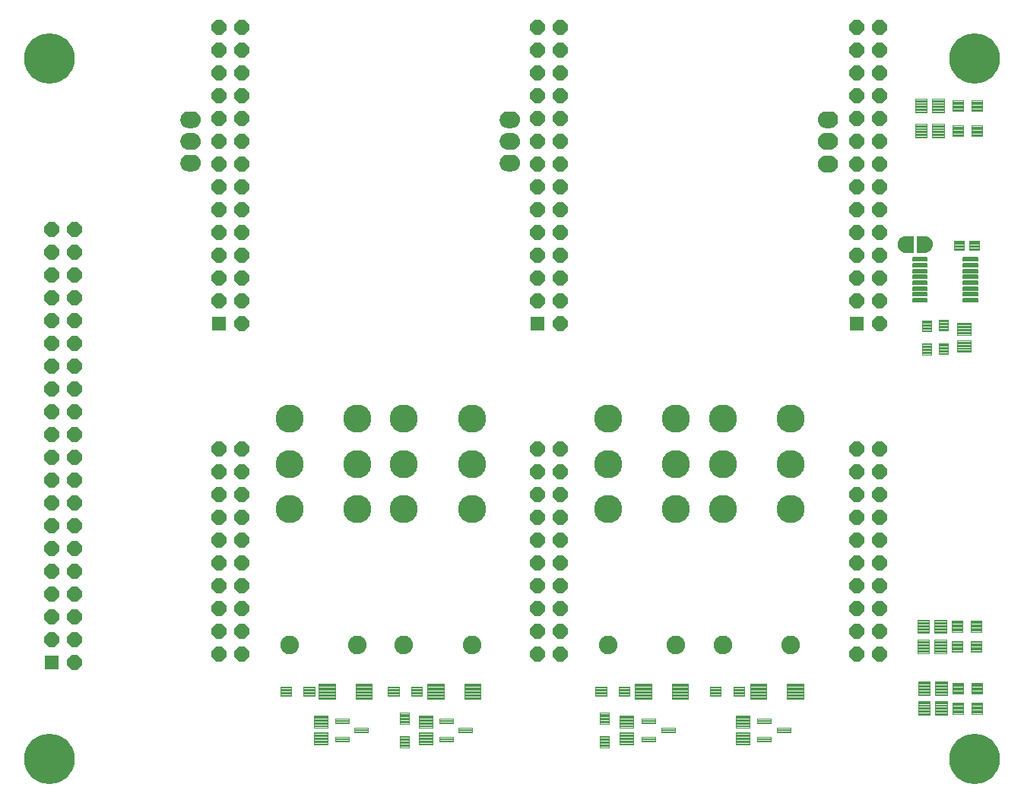
<source format=gts>
G75*
%MOIN*%
%OFA0B0*%
%FSLAX25Y25*%
%IPPOS*%
%LPD*%
%AMOC8*
5,1,8,0,0,1.08239X$1,22.5*
%
%ADD10C,0.12311*%
%ADD11C,0.08177*%
%ADD12C,0.00444*%
%ADD13C,0.00432*%
%ADD14C,0.00486*%
%ADD15C,0.00449*%
%ADD16C,0.00418*%
%ADD17OC8,0.06406*%
%ADD18R,0.06406X0.06406*%
%ADD19C,0.00100*%
%ADD20C,0.00545*%
%ADD21C,0.22154*%
D10*
X0172752Y0145902D03*
X0172752Y0165744D03*
X0172752Y0185587D03*
X0202516Y0185587D03*
X0222949Y0185587D03*
X0222949Y0165744D03*
X0202516Y0165744D03*
X0202516Y0145902D03*
X0222949Y0145902D03*
X0252713Y0145902D03*
X0252713Y0165744D03*
X0252713Y0185587D03*
X0312516Y0185602D03*
X0312516Y0165760D03*
X0312516Y0145917D03*
X0342280Y0145917D03*
X0362713Y0145902D03*
X0362713Y0165744D03*
X0342280Y0165760D03*
X0342280Y0185602D03*
X0362713Y0185587D03*
X0392476Y0185587D03*
X0392476Y0165744D03*
X0392476Y0145902D03*
D11*
X0392476Y0086374D03*
X0362713Y0086374D03*
X0342280Y0086390D03*
X0312516Y0086390D03*
X0252713Y0086374D03*
X0222949Y0086374D03*
X0202516Y0086374D03*
X0172752Y0086374D03*
D12*
X0173418Y0064032D02*
X0168638Y0064032D01*
X0168638Y0068024D01*
X0173418Y0068024D01*
X0173418Y0064032D01*
X0173418Y0064475D02*
X0168638Y0064475D01*
X0168638Y0064918D02*
X0173418Y0064918D01*
X0173418Y0065361D02*
X0168638Y0065361D01*
X0168638Y0065804D02*
X0173418Y0065804D01*
X0173418Y0066247D02*
X0168638Y0066247D01*
X0168638Y0066690D02*
X0173418Y0066690D01*
X0173418Y0067133D02*
X0168638Y0067133D01*
X0168638Y0067576D02*
X0173418Y0067576D01*
X0173418Y0068019D02*
X0168638Y0068019D01*
X0178874Y0064032D02*
X0183654Y0064032D01*
X0178874Y0064032D02*
X0178874Y0068024D01*
X0183654Y0068024D01*
X0183654Y0064032D01*
X0183654Y0064475D02*
X0178874Y0064475D01*
X0178874Y0064918D02*
X0183654Y0064918D01*
X0183654Y0065361D02*
X0178874Y0065361D01*
X0178874Y0065804D02*
X0183654Y0065804D01*
X0183654Y0066247D02*
X0178874Y0066247D01*
X0178874Y0066690D02*
X0183654Y0066690D01*
X0183654Y0067133D02*
X0178874Y0067133D01*
X0178874Y0067576D02*
X0183654Y0067576D01*
X0183654Y0068019D02*
X0178874Y0068019D01*
X0215888Y0064032D02*
X0220668Y0064032D01*
X0215888Y0064032D02*
X0215888Y0068024D01*
X0220668Y0068024D01*
X0220668Y0064032D01*
X0220668Y0064475D02*
X0215888Y0064475D01*
X0215888Y0064918D02*
X0220668Y0064918D01*
X0220668Y0065361D02*
X0215888Y0065361D01*
X0215888Y0065804D02*
X0220668Y0065804D01*
X0220668Y0066247D02*
X0215888Y0066247D01*
X0215888Y0066690D02*
X0220668Y0066690D01*
X0220668Y0067133D02*
X0215888Y0067133D01*
X0215888Y0067576D02*
X0220668Y0067576D01*
X0220668Y0068019D02*
X0215888Y0068019D01*
X0226124Y0064032D02*
X0230904Y0064032D01*
X0226124Y0064032D02*
X0226124Y0068024D01*
X0230904Y0068024D01*
X0230904Y0064032D01*
X0230904Y0064475D02*
X0226124Y0064475D01*
X0226124Y0064918D02*
X0230904Y0064918D01*
X0230904Y0065361D02*
X0226124Y0065361D01*
X0226124Y0065804D02*
X0230904Y0065804D01*
X0230904Y0066247D02*
X0226124Y0066247D01*
X0226124Y0066690D02*
X0230904Y0066690D01*
X0230904Y0067133D02*
X0226124Y0067133D01*
X0226124Y0067576D02*
X0230904Y0067576D01*
X0230904Y0068019D02*
X0226124Y0068019D01*
X0225142Y0056536D02*
X0225142Y0051756D01*
X0221150Y0051756D01*
X0221150Y0056536D01*
X0225142Y0056536D01*
X0225142Y0052199D02*
X0221150Y0052199D01*
X0221150Y0052642D02*
X0225142Y0052642D01*
X0225142Y0053085D02*
X0221150Y0053085D01*
X0221150Y0053528D02*
X0225142Y0053528D01*
X0225142Y0053971D02*
X0221150Y0053971D01*
X0221150Y0054414D02*
X0225142Y0054414D01*
X0225142Y0054857D02*
X0221150Y0054857D01*
X0221150Y0055300D02*
X0225142Y0055300D01*
X0225142Y0055743D02*
X0221150Y0055743D01*
X0221150Y0056186D02*
X0225142Y0056186D01*
X0225142Y0046299D02*
X0225142Y0041519D01*
X0221150Y0041519D01*
X0221150Y0046299D01*
X0225142Y0046299D01*
X0225142Y0041962D02*
X0221150Y0041962D01*
X0221150Y0042405D02*
X0225142Y0042405D01*
X0225142Y0042848D02*
X0221150Y0042848D01*
X0221150Y0043291D02*
X0225142Y0043291D01*
X0225142Y0043734D02*
X0221150Y0043734D01*
X0221150Y0044177D02*
X0225142Y0044177D01*
X0225142Y0044620D02*
X0221150Y0044620D01*
X0221150Y0045063D02*
X0225142Y0045063D01*
X0225142Y0045506D02*
X0221150Y0045506D01*
X0221150Y0045949D02*
X0225142Y0045949D01*
X0308900Y0046299D02*
X0308900Y0041519D01*
X0308900Y0046299D02*
X0312892Y0046299D01*
X0312892Y0041519D01*
X0308900Y0041519D01*
X0308900Y0041962D02*
X0312892Y0041962D01*
X0312892Y0042405D02*
X0308900Y0042405D01*
X0308900Y0042848D02*
X0312892Y0042848D01*
X0312892Y0043291D02*
X0308900Y0043291D01*
X0308900Y0043734D02*
X0312892Y0043734D01*
X0312892Y0044177D02*
X0308900Y0044177D01*
X0308900Y0044620D02*
X0312892Y0044620D01*
X0312892Y0045063D02*
X0308900Y0045063D01*
X0308900Y0045506D02*
X0312892Y0045506D01*
X0312892Y0045949D02*
X0308900Y0045949D01*
X0308900Y0051756D02*
X0308900Y0056536D01*
X0312892Y0056536D01*
X0312892Y0051756D01*
X0308900Y0051756D01*
X0308900Y0052199D02*
X0312892Y0052199D01*
X0312892Y0052642D02*
X0308900Y0052642D01*
X0308900Y0053085D02*
X0312892Y0053085D01*
X0312892Y0053528D02*
X0308900Y0053528D01*
X0308900Y0053971D02*
X0312892Y0053971D01*
X0312892Y0054414D02*
X0308900Y0054414D01*
X0308900Y0054857D02*
X0312892Y0054857D01*
X0312892Y0055300D02*
X0308900Y0055300D01*
X0308900Y0055743D02*
X0312892Y0055743D01*
X0312892Y0056186D02*
X0308900Y0056186D01*
X0306888Y0064032D02*
X0311668Y0064032D01*
X0306888Y0064032D02*
X0306888Y0068024D01*
X0311668Y0068024D01*
X0311668Y0064032D01*
X0311668Y0064475D02*
X0306888Y0064475D01*
X0306888Y0064918D02*
X0311668Y0064918D01*
X0311668Y0065361D02*
X0306888Y0065361D01*
X0306888Y0065804D02*
X0311668Y0065804D01*
X0311668Y0066247D02*
X0306888Y0066247D01*
X0306888Y0066690D02*
X0311668Y0066690D01*
X0311668Y0067133D02*
X0306888Y0067133D01*
X0306888Y0067576D02*
X0311668Y0067576D01*
X0311668Y0068019D02*
X0306888Y0068019D01*
X0317124Y0064032D02*
X0321904Y0064032D01*
X0317124Y0064032D02*
X0317124Y0068024D01*
X0321904Y0068024D01*
X0321904Y0064032D01*
X0321904Y0064475D02*
X0317124Y0064475D01*
X0317124Y0064918D02*
X0321904Y0064918D01*
X0321904Y0065361D02*
X0317124Y0065361D01*
X0317124Y0065804D02*
X0321904Y0065804D01*
X0321904Y0066247D02*
X0317124Y0066247D01*
X0317124Y0066690D02*
X0321904Y0066690D01*
X0321904Y0067133D02*
X0317124Y0067133D01*
X0317124Y0067576D02*
X0321904Y0067576D01*
X0321904Y0068019D02*
X0317124Y0068019D01*
X0357138Y0064032D02*
X0361918Y0064032D01*
X0357138Y0064032D02*
X0357138Y0068024D01*
X0361918Y0068024D01*
X0361918Y0064032D01*
X0361918Y0064475D02*
X0357138Y0064475D01*
X0357138Y0064918D02*
X0361918Y0064918D01*
X0361918Y0065361D02*
X0357138Y0065361D01*
X0357138Y0065804D02*
X0361918Y0065804D01*
X0361918Y0066247D02*
X0357138Y0066247D01*
X0357138Y0066690D02*
X0361918Y0066690D01*
X0361918Y0067133D02*
X0357138Y0067133D01*
X0357138Y0067576D02*
X0361918Y0067576D01*
X0361918Y0068019D02*
X0357138Y0068019D01*
X0367374Y0064032D02*
X0372154Y0064032D01*
X0367374Y0064032D02*
X0367374Y0068024D01*
X0372154Y0068024D01*
X0372154Y0064032D01*
X0372154Y0064475D02*
X0367374Y0064475D01*
X0367374Y0064918D02*
X0372154Y0064918D01*
X0372154Y0065361D02*
X0367374Y0065361D01*
X0367374Y0065804D02*
X0372154Y0065804D01*
X0372154Y0066247D02*
X0367374Y0066247D01*
X0367374Y0066690D02*
X0372154Y0066690D01*
X0372154Y0067133D02*
X0367374Y0067133D01*
X0367374Y0067576D02*
X0372154Y0067576D01*
X0372154Y0068019D02*
X0367374Y0068019D01*
X0450150Y0213769D02*
X0450150Y0218549D01*
X0454142Y0218549D01*
X0454142Y0213769D01*
X0450150Y0213769D01*
X0450150Y0214212D02*
X0454142Y0214212D01*
X0454142Y0214655D02*
X0450150Y0214655D01*
X0450150Y0215098D02*
X0454142Y0215098D01*
X0454142Y0215541D02*
X0450150Y0215541D01*
X0450150Y0215984D02*
X0454142Y0215984D01*
X0454142Y0216427D02*
X0450150Y0216427D01*
X0450150Y0216870D02*
X0454142Y0216870D01*
X0454142Y0217313D02*
X0450150Y0217313D01*
X0450150Y0217756D02*
X0454142Y0217756D01*
X0454142Y0218199D02*
X0450150Y0218199D01*
X0450150Y0224006D02*
X0450150Y0228786D01*
X0454142Y0228786D01*
X0454142Y0224006D01*
X0450150Y0224006D01*
X0450150Y0224449D02*
X0454142Y0224449D01*
X0454142Y0224892D02*
X0450150Y0224892D01*
X0450150Y0225335D02*
X0454142Y0225335D01*
X0454142Y0225778D02*
X0450150Y0225778D01*
X0450150Y0226221D02*
X0454142Y0226221D01*
X0454142Y0226664D02*
X0450150Y0226664D01*
X0450150Y0227107D02*
X0454142Y0227107D01*
X0454142Y0227550D02*
X0450150Y0227550D01*
X0450150Y0227993D02*
X0454142Y0227993D01*
X0454142Y0228436D02*
X0450150Y0228436D01*
X0457400Y0229036D02*
X0457400Y0224256D01*
X0457400Y0229036D02*
X0461392Y0229036D01*
X0461392Y0224256D01*
X0457400Y0224256D01*
X0457400Y0224699D02*
X0461392Y0224699D01*
X0461392Y0225142D02*
X0457400Y0225142D01*
X0457400Y0225585D02*
X0461392Y0225585D01*
X0461392Y0226028D02*
X0457400Y0226028D01*
X0457400Y0226471D02*
X0461392Y0226471D01*
X0461392Y0226914D02*
X0457400Y0226914D01*
X0457400Y0227357D02*
X0461392Y0227357D01*
X0461392Y0227800D02*
X0457400Y0227800D01*
X0457400Y0228243D02*
X0461392Y0228243D01*
X0461392Y0228686D02*
X0457400Y0228686D01*
X0457400Y0218799D02*
X0457400Y0214019D01*
X0457400Y0218799D02*
X0461392Y0218799D01*
X0461392Y0214019D01*
X0457400Y0214019D01*
X0457400Y0214462D02*
X0461392Y0214462D01*
X0461392Y0214905D02*
X0457400Y0214905D01*
X0457400Y0215348D02*
X0461392Y0215348D01*
X0461392Y0215791D02*
X0457400Y0215791D01*
X0457400Y0216234D02*
X0461392Y0216234D01*
X0461392Y0216677D02*
X0457400Y0216677D01*
X0457400Y0217120D02*
X0461392Y0217120D01*
X0461392Y0217563D02*
X0457400Y0217563D01*
X0457400Y0218006D02*
X0461392Y0218006D01*
X0461392Y0218449D02*
X0457400Y0218449D01*
X0464106Y0263524D02*
X0468492Y0263524D01*
X0468492Y0259532D01*
X0464106Y0259532D01*
X0464106Y0263524D01*
X0464106Y0259975D02*
X0468492Y0259975D01*
X0468492Y0260418D02*
X0464106Y0260418D01*
X0464106Y0260861D02*
X0468492Y0260861D01*
X0468492Y0261304D02*
X0464106Y0261304D01*
X0464106Y0261747D02*
X0468492Y0261747D01*
X0468492Y0262190D02*
X0464106Y0262190D01*
X0464106Y0262633D02*
X0468492Y0262633D01*
X0468492Y0263076D02*
X0464106Y0263076D01*
X0464106Y0263519D02*
X0468492Y0263519D01*
X0470799Y0263524D02*
X0475185Y0263524D01*
X0475185Y0259532D01*
X0470799Y0259532D01*
X0470799Y0263524D01*
X0470799Y0259975D02*
X0475185Y0259975D01*
X0475185Y0260418D02*
X0470799Y0260418D01*
X0470799Y0260861D02*
X0475185Y0260861D01*
X0475185Y0261304D02*
X0470799Y0261304D01*
X0470799Y0261747D02*
X0475185Y0261747D01*
X0475185Y0262190D02*
X0470799Y0262190D01*
X0470799Y0262633D02*
X0475185Y0262633D01*
X0475185Y0263076D02*
X0470799Y0263076D01*
X0470799Y0263519D02*
X0475185Y0263519D01*
D13*
X0398044Y0069408D02*
X0390890Y0069408D01*
X0398044Y0069408D02*
X0398044Y0062648D01*
X0390890Y0062648D01*
X0390890Y0069408D01*
X0390890Y0063079D02*
X0398044Y0063079D01*
X0398044Y0063510D02*
X0390890Y0063510D01*
X0390890Y0063941D02*
X0398044Y0063941D01*
X0398044Y0064372D02*
X0390890Y0064372D01*
X0390890Y0064803D02*
X0398044Y0064803D01*
X0398044Y0065234D02*
X0390890Y0065234D01*
X0390890Y0065665D02*
X0398044Y0065665D01*
X0398044Y0066096D02*
X0390890Y0066096D01*
X0390890Y0066527D02*
X0398044Y0066527D01*
X0398044Y0066958D02*
X0390890Y0066958D01*
X0390890Y0067389D02*
X0398044Y0067389D01*
X0398044Y0067820D02*
X0390890Y0067820D01*
X0390890Y0068251D02*
X0398044Y0068251D01*
X0398044Y0068682D02*
X0390890Y0068682D01*
X0390890Y0069113D02*
X0398044Y0069113D01*
X0381902Y0069408D02*
X0374748Y0069408D01*
X0381902Y0069408D02*
X0381902Y0062648D01*
X0374748Y0062648D01*
X0374748Y0069408D01*
X0374748Y0063079D02*
X0381902Y0063079D01*
X0381902Y0063510D02*
X0374748Y0063510D01*
X0374748Y0063941D02*
X0381902Y0063941D01*
X0381902Y0064372D02*
X0374748Y0064372D01*
X0374748Y0064803D02*
X0381902Y0064803D01*
X0381902Y0065234D02*
X0374748Y0065234D01*
X0374748Y0065665D02*
X0381902Y0065665D01*
X0381902Y0066096D02*
X0374748Y0066096D01*
X0374748Y0066527D02*
X0381902Y0066527D01*
X0381902Y0066958D02*
X0374748Y0066958D01*
X0374748Y0067389D02*
X0381902Y0067389D01*
X0381902Y0067820D02*
X0374748Y0067820D01*
X0374748Y0068251D02*
X0381902Y0068251D01*
X0381902Y0068682D02*
X0374748Y0068682D01*
X0374748Y0069113D02*
X0381902Y0069113D01*
X0347544Y0069408D02*
X0340390Y0069408D01*
X0347544Y0069408D02*
X0347544Y0062648D01*
X0340390Y0062648D01*
X0340390Y0069408D01*
X0340390Y0063079D02*
X0347544Y0063079D01*
X0347544Y0063510D02*
X0340390Y0063510D01*
X0340390Y0063941D02*
X0347544Y0063941D01*
X0347544Y0064372D02*
X0340390Y0064372D01*
X0340390Y0064803D02*
X0347544Y0064803D01*
X0347544Y0065234D02*
X0340390Y0065234D01*
X0340390Y0065665D02*
X0347544Y0065665D01*
X0347544Y0066096D02*
X0340390Y0066096D01*
X0340390Y0066527D02*
X0347544Y0066527D01*
X0347544Y0066958D02*
X0340390Y0066958D01*
X0340390Y0067389D02*
X0347544Y0067389D01*
X0347544Y0067820D02*
X0340390Y0067820D01*
X0340390Y0068251D02*
X0347544Y0068251D01*
X0347544Y0068682D02*
X0340390Y0068682D01*
X0340390Y0069113D02*
X0347544Y0069113D01*
X0331402Y0069408D02*
X0324248Y0069408D01*
X0331402Y0069408D02*
X0331402Y0062648D01*
X0324248Y0062648D01*
X0324248Y0069408D01*
X0324248Y0063079D02*
X0331402Y0063079D01*
X0331402Y0063510D02*
X0324248Y0063510D01*
X0324248Y0063941D02*
X0331402Y0063941D01*
X0331402Y0064372D02*
X0324248Y0064372D01*
X0324248Y0064803D02*
X0331402Y0064803D01*
X0331402Y0065234D02*
X0324248Y0065234D01*
X0324248Y0065665D02*
X0331402Y0065665D01*
X0331402Y0066096D02*
X0324248Y0066096D01*
X0324248Y0066527D02*
X0331402Y0066527D01*
X0331402Y0066958D02*
X0324248Y0066958D01*
X0324248Y0067389D02*
X0331402Y0067389D01*
X0331402Y0067820D02*
X0324248Y0067820D01*
X0324248Y0068251D02*
X0331402Y0068251D01*
X0331402Y0068682D02*
X0324248Y0068682D01*
X0324248Y0069113D02*
X0331402Y0069113D01*
X0256544Y0069408D02*
X0249390Y0069408D01*
X0256544Y0069408D02*
X0256544Y0062648D01*
X0249390Y0062648D01*
X0249390Y0069408D01*
X0249390Y0063079D02*
X0256544Y0063079D01*
X0256544Y0063510D02*
X0249390Y0063510D01*
X0249390Y0063941D02*
X0256544Y0063941D01*
X0256544Y0064372D02*
X0249390Y0064372D01*
X0249390Y0064803D02*
X0256544Y0064803D01*
X0256544Y0065234D02*
X0249390Y0065234D01*
X0249390Y0065665D02*
X0256544Y0065665D01*
X0256544Y0066096D02*
X0249390Y0066096D01*
X0249390Y0066527D02*
X0256544Y0066527D01*
X0256544Y0066958D02*
X0249390Y0066958D01*
X0249390Y0067389D02*
X0256544Y0067389D01*
X0256544Y0067820D02*
X0249390Y0067820D01*
X0249390Y0068251D02*
X0256544Y0068251D01*
X0256544Y0068682D02*
X0249390Y0068682D01*
X0249390Y0069113D02*
X0256544Y0069113D01*
X0240402Y0069408D02*
X0233248Y0069408D01*
X0240402Y0069408D02*
X0240402Y0062648D01*
X0233248Y0062648D01*
X0233248Y0069408D01*
X0233248Y0063079D02*
X0240402Y0063079D01*
X0240402Y0063510D02*
X0233248Y0063510D01*
X0233248Y0063941D02*
X0240402Y0063941D01*
X0240402Y0064372D02*
X0233248Y0064372D01*
X0233248Y0064803D02*
X0240402Y0064803D01*
X0240402Y0065234D02*
X0233248Y0065234D01*
X0233248Y0065665D02*
X0240402Y0065665D01*
X0240402Y0066096D02*
X0233248Y0066096D01*
X0233248Y0066527D02*
X0240402Y0066527D01*
X0240402Y0066958D02*
X0233248Y0066958D01*
X0233248Y0067389D02*
X0240402Y0067389D01*
X0240402Y0067820D02*
X0233248Y0067820D01*
X0233248Y0068251D02*
X0240402Y0068251D01*
X0240402Y0068682D02*
X0233248Y0068682D01*
X0233248Y0069113D02*
X0240402Y0069113D01*
X0208794Y0069408D02*
X0201640Y0069408D01*
X0208794Y0069408D02*
X0208794Y0062648D01*
X0201640Y0062648D01*
X0201640Y0069408D01*
X0201640Y0063079D02*
X0208794Y0063079D01*
X0208794Y0063510D02*
X0201640Y0063510D01*
X0201640Y0063941D02*
X0208794Y0063941D01*
X0208794Y0064372D02*
X0201640Y0064372D01*
X0201640Y0064803D02*
X0208794Y0064803D01*
X0208794Y0065234D02*
X0201640Y0065234D01*
X0201640Y0065665D02*
X0208794Y0065665D01*
X0208794Y0066096D02*
X0201640Y0066096D01*
X0201640Y0066527D02*
X0208794Y0066527D01*
X0208794Y0066958D02*
X0201640Y0066958D01*
X0201640Y0067389D02*
X0208794Y0067389D01*
X0208794Y0067820D02*
X0201640Y0067820D01*
X0201640Y0068251D02*
X0208794Y0068251D01*
X0208794Y0068682D02*
X0201640Y0068682D01*
X0201640Y0069113D02*
X0208794Y0069113D01*
X0192652Y0069408D02*
X0185498Y0069408D01*
X0192652Y0069408D02*
X0192652Y0062648D01*
X0185498Y0062648D01*
X0185498Y0069408D01*
X0185498Y0063079D02*
X0192652Y0063079D01*
X0192652Y0063510D02*
X0185498Y0063510D01*
X0185498Y0063941D02*
X0192652Y0063941D01*
X0192652Y0064372D02*
X0185498Y0064372D01*
X0185498Y0064803D02*
X0192652Y0064803D01*
X0192652Y0065234D02*
X0185498Y0065234D01*
X0185498Y0065665D02*
X0192652Y0065665D01*
X0192652Y0066096D02*
X0185498Y0066096D01*
X0185498Y0066527D02*
X0192652Y0066527D01*
X0192652Y0066958D02*
X0185498Y0066958D01*
X0185498Y0067389D02*
X0192652Y0067389D01*
X0192652Y0067820D02*
X0185498Y0067820D01*
X0185498Y0068251D02*
X0192652Y0068251D01*
X0192652Y0068682D02*
X0185498Y0068682D01*
X0185498Y0069113D02*
X0192652Y0069113D01*
D14*
X0192639Y0051921D02*
X0198653Y0051921D01*
X0192639Y0051921D02*
X0192639Y0054135D01*
X0198653Y0054135D01*
X0198653Y0051921D01*
X0198653Y0052406D02*
X0192639Y0052406D01*
X0192639Y0052891D02*
X0198653Y0052891D01*
X0198653Y0053376D02*
X0192639Y0053376D01*
X0192639Y0053861D02*
X0198653Y0053861D01*
X0201139Y0047921D02*
X0207153Y0047921D01*
X0201139Y0047921D02*
X0201139Y0050135D01*
X0207153Y0050135D01*
X0207153Y0047921D01*
X0207153Y0048406D02*
X0201139Y0048406D01*
X0201139Y0048891D02*
X0207153Y0048891D01*
X0207153Y0049376D02*
X0201139Y0049376D01*
X0201139Y0049861D02*
X0207153Y0049861D01*
X0198653Y0043921D02*
X0192639Y0043921D01*
X0192639Y0046135D01*
X0198653Y0046135D01*
X0198653Y0043921D01*
X0198653Y0044406D02*
X0192639Y0044406D01*
X0192639Y0044891D02*
X0198653Y0044891D01*
X0198653Y0045376D02*
X0192639Y0045376D01*
X0192639Y0045861D02*
X0198653Y0045861D01*
X0238339Y0043921D02*
X0244353Y0043921D01*
X0238339Y0043921D02*
X0238339Y0046135D01*
X0244353Y0046135D01*
X0244353Y0043921D01*
X0244353Y0044406D02*
X0238339Y0044406D01*
X0238339Y0044891D02*
X0244353Y0044891D01*
X0244353Y0045376D02*
X0238339Y0045376D01*
X0238339Y0045861D02*
X0244353Y0045861D01*
X0246839Y0047921D02*
X0252853Y0047921D01*
X0246839Y0047921D02*
X0246839Y0050135D01*
X0252853Y0050135D01*
X0252853Y0047921D01*
X0252853Y0048406D02*
X0246839Y0048406D01*
X0246839Y0048891D02*
X0252853Y0048891D01*
X0252853Y0049376D02*
X0246839Y0049376D01*
X0246839Y0049861D02*
X0252853Y0049861D01*
X0244353Y0051921D02*
X0238339Y0051921D01*
X0238339Y0054135D01*
X0244353Y0054135D01*
X0244353Y0051921D01*
X0244353Y0052406D02*
X0238339Y0052406D01*
X0238339Y0052891D02*
X0244353Y0052891D01*
X0244353Y0053376D02*
X0238339Y0053376D01*
X0238339Y0053861D02*
X0244353Y0053861D01*
X0327139Y0051921D02*
X0333153Y0051921D01*
X0327139Y0051921D02*
X0327139Y0054135D01*
X0333153Y0054135D01*
X0333153Y0051921D01*
X0333153Y0052406D02*
X0327139Y0052406D01*
X0327139Y0052891D02*
X0333153Y0052891D01*
X0333153Y0053376D02*
X0327139Y0053376D01*
X0327139Y0053861D02*
X0333153Y0053861D01*
X0335639Y0047921D02*
X0341653Y0047921D01*
X0335639Y0047921D02*
X0335639Y0050135D01*
X0341653Y0050135D01*
X0341653Y0047921D01*
X0341653Y0048406D02*
X0335639Y0048406D01*
X0335639Y0048891D02*
X0341653Y0048891D01*
X0341653Y0049376D02*
X0335639Y0049376D01*
X0335639Y0049861D02*
X0341653Y0049861D01*
X0333153Y0043921D02*
X0327139Y0043921D01*
X0327139Y0046135D01*
X0333153Y0046135D01*
X0333153Y0043921D01*
X0333153Y0044406D02*
X0327139Y0044406D01*
X0327139Y0044891D02*
X0333153Y0044891D01*
X0333153Y0045376D02*
X0327139Y0045376D01*
X0327139Y0045861D02*
X0333153Y0045861D01*
X0377889Y0043921D02*
X0383903Y0043921D01*
X0377889Y0043921D02*
X0377889Y0046135D01*
X0383903Y0046135D01*
X0383903Y0043921D01*
X0383903Y0044406D02*
X0377889Y0044406D01*
X0377889Y0044891D02*
X0383903Y0044891D01*
X0383903Y0045376D02*
X0377889Y0045376D01*
X0377889Y0045861D02*
X0383903Y0045861D01*
X0386389Y0047921D02*
X0392403Y0047921D01*
X0386389Y0047921D02*
X0386389Y0050135D01*
X0392403Y0050135D01*
X0392403Y0047921D01*
X0392403Y0048406D02*
X0386389Y0048406D01*
X0386389Y0048891D02*
X0392403Y0048891D01*
X0392403Y0049376D02*
X0386389Y0049376D01*
X0386389Y0049861D02*
X0392403Y0049861D01*
X0383903Y0051921D02*
X0377889Y0051921D01*
X0377889Y0054135D01*
X0383903Y0054135D01*
X0383903Y0051921D01*
X0383903Y0052406D02*
X0377889Y0052406D01*
X0377889Y0052891D02*
X0383903Y0052891D01*
X0383903Y0053376D02*
X0377889Y0053376D01*
X0377889Y0053861D02*
X0383903Y0053861D01*
D15*
X0374375Y0055353D02*
X0374375Y0050183D01*
X0368417Y0050183D01*
X0368417Y0055353D01*
X0374375Y0055353D01*
X0374375Y0050631D02*
X0368417Y0050631D01*
X0368417Y0051079D02*
X0374375Y0051079D01*
X0374375Y0051527D02*
X0368417Y0051527D01*
X0368417Y0051975D02*
X0374375Y0051975D01*
X0374375Y0052423D02*
X0368417Y0052423D01*
X0368417Y0052871D02*
X0374375Y0052871D01*
X0374375Y0053319D02*
X0368417Y0053319D01*
X0368417Y0053767D02*
X0374375Y0053767D01*
X0374375Y0054215D02*
X0368417Y0054215D01*
X0368417Y0054663D02*
X0374375Y0054663D01*
X0374375Y0055111D02*
X0368417Y0055111D01*
X0374375Y0047872D02*
X0374375Y0042702D01*
X0368417Y0042702D01*
X0368417Y0047872D01*
X0374375Y0047872D01*
X0374375Y0043150D02*
X0368417Y0043150D01*
X0368417Y0043598D02*
X0374375Y0043598D01*
X0374375Y0044046D02*
X0368417Y0044046D01*
X0368417Y0044494D02*
X0374375Y0044494D01*
X0374375Y0044942D02*
X0368417Y0044942D01*
X0368417Y0045390D02*
X0374375Y0045390D01*
X0374375Y0045838D02*
X0368417Y0045838D01*
X0368417Y0046286D02*
X0374375Y0046286D01*
X0374375Y0046734D02*
X0368417Y0046734D01*
X0368417Y0047182D02*
X0374375Y0047182D01*
X0374375Y0047630D02*
X0368417Y0047630D01*
X0323375Y0047872D02*
X0323375Y0042702D01*
X0317417Y0042702D01*
X0317417Y0047872D01*
X0323375Y0047872D01*
X0323375Y0043150D02*
X0317417Y0043150D01*
X0317417Y0043598D02*
X0323375Y0043598D01*
X0323375Y0044046D02*
X0317417Y0044046D01*
X0317417Y0044494D02*
X0323375Y0044494D01*
X0323375Y0044942D02*
X0317417Y0044942D01*
X0317417Y0045390D02*
X0323375Y0045390D01*
X0323375Y0045838D02*
X0317417Y0045838D01*
X0317417Y0046286D02*
X0323375Y0046286D01*
X0323375Y0046734D02*
X0317417Y0046734D01*
X0317417Y0047182D02*
X0323375Y0047182D01*
X0323375Y0047630D02*
X0317417Y0047630D01*
X0323375Y0050183D02*
X0323375Y0055353D01*
X0323375Y0050183D02*
X0317417Y0050183D01*
X0317417Y0055353D01*
X0323375Y0055353D01*
X0323375Y0050631D02*
X0317417Y0050631D01*
X0317417Y0051079D02*
X0323375Y0051079D01*
X0323375Y0051527D02*
X0317417Y0051527D01*
X0317417Y0051975D02*
X0323375Y0051975D01*
X0323375Y0052423D02*
X0317417Y0052423D01*
X0317417Y0052871D02*
X0323375Y0052871D01*
X0323375Y0053319D02*
X0317417Y0053319D01*
X0317417Y0053767D02*
X0323375Y0053767D01*
X0323375Y0054215D02*
X0317417Y0054215D01*
X0317417Y0054663D02*
X0323375Y0054663D01*
X0323375Y0055111D02*
X0317417Y0055111D01*
X0235375Y0055353D02*
X0235375Y0050183D01*
X0229417Y0050183D01*
X0229417Y0055353D01*
X0235375Y0055353D01*
X0235375Y0050631D02*
X0229417Y0050631D01*
X0229417Y0051079D02*
X0235375Y0051079D01*
X0235375Y0051527D02*
X0229417Y0051527D01*
X0229417Y0051975D02*
X0235375Y0051975D01*
X0235375Y0052423D02*
X0229417Y0052423D01*
X0229417Y0052871D02*
X0235375Y0052871D01*
X0235375Y0053319D02*
X0229417Y0053319D01*
X0229417Y0053767D02*
X0235375Y0053767D01*
X0235375Y0054215D02*
X0229417Y0054215D01*
X0229417Y0054663D02*
X0235375Y0054663D01*
X0235375Y0055111D02*
X0229417Y0055111D01*
X0235375Y0047872D02*
X0235375Y0042702D01*
X0229417Y0042702D01*
X0229417Y0047872D01*
X0235375Y0047872D01*
X0235375Y0043150D02*
X0229417Y0043150D01*
X0229417Y0043598D02*
X0235375Y0043598D01*
X0235375Y0044046D02*
X0229417Y0044046D01*
X0229417Y0044494D02*
X0235375Y0044494D01*
X0235375Y0044942D02*
X0229417Y0044942D01*
X0229417Y0045390D02*
X0235375Y0045390D01*
X0235375Y0045838D02*
X0229417Y0045838D01*
X0229417Y0046286D02*
X0235375Y0046286D01*
X0235375Y0046734D02*
X0229417Y0046734D01*
X0229417Y0047182D02*
X0235375Y0047182D01*
X0235375Y0047630D02*
X0229417Y0047630D01*
X0189375Y0047872D02*
X0189375Y0042702D01*
X0183417Y0042702D01*
X0183417Y0047872D01*
X0189375Y0047872D01*
X0189375Y0043150D02*
X0183417Y0043150D01*
X0183417Y0043598D02*
X0189375Y0043598D01*
X0189375Y0044046D02*
X0183417Y0044046D01*
X0183417Y0044494D02*
X0189375Y0044494D01*
X0189375Y0044942D02*
X0183417Y0044942D01*
X0183417Y0045390D02*
X0189375Y0045390D01*
X0189375Y0045838D02*
X0183417Y0045838D01*
X0183417Y0046286D02*
X0189375Y0046286D01*
X0189375Y0046734D02*
X0183417Y0046734D01*
X0183417Y0047182D02*
X0189375Y0047182D01*
X0189375Y0047630D02*
X0183417Y0047630D01*
X0189375Y0050183D02*
X0189375Y0055353D01*
X0189375Y0050183D02*
X0183417Y0050183D01*
X0183417Y0055353D01*
X0189375Y0055353D01*
X0189375Y0050631D02*
X0183417Y0050631D01*
X0183417Y0051079D02*
X0189375Y0051079D01*
X0189375Y0051527D02*
X0183417Y0051527D01*
X0183417Y0051975D02*
X0189375Y0051975D01*
X0189375Y0052423D02*
X0183417Y0052423D01*
X0183417Y0052871D02*
X0189375Y0052871D01*
X0189375Y0053319D02*
X0183417Y0053319D01*
X0183417Y0053767D02*
X0189375Y0053767D01*
X0189375Y0054215D02*
X0183417Y0054215D01*
X0183417Y0054663D02*
X0189375Y0054663D01*
X0189375Y0055111D02*
X0183417Y0055111D01*
X0448371Y0061557D02*
X0453541Y0061557D01*
X0453541Y0055599D01*
X0448371Y0055599D01*
X0448371Y0061557D01*
X0448371Y0056047D02*
X0453541Y0056047D01*
X0453541Y0056495D02*
X0448371Y0056495D01*
X0448371Y0056943D02*
X0453541Y0056943D01*
X0453541Y0057391D02*
X0448371Y0057391D01*
X0448371Y0057839D02*
X0453541Y0057839D01*
X0453541Y0058287D02*
X0448371Y0058287D01*
X0448371Y0058735D02*
X0453541Y0058735D01*
X0453541Y0059183D02*
X0448371Y0059183D01*
X0448371Y0059631D02*
X0453541Y0059631D01*
X0453541Y0060079D02*
X0448371Y0060079D01*
X0448371Y0060527D02*
X0453541Y0060527D01*
X0453541Y0060975D02*
X0448371Y0060975D01*
X0448371Y0061423D02*
X0453541Y0061423D01*
X0455851Y0061557D02*
X0461021Y0061557D01*
X0461021Y0055599D01*
X0455851Y0055599D01*
X0455851Y0061557D01*
X0455851Y0056047D02*
X0461021Y0056047D01*
X0461021Y0056495D02*
X0455851Y0056495D01*
X0455851Y0056943D02*
X0461021Y0056943D01*
X0461021Y0057391D02*
X0455851Y0057391D01*
X0455851Y0057839D02*
X0461021Y0057839D01*
X0461021Y0058287D02*
X0455851Y0058287D01*
X0455851Y0058735D02*
X0461021Y0058735D01*
X0461021Y0059183D02*
X0455851Y0059183D01*
X0455851Y0059631D02*
X0461021Y0059631D01*
X0461021Y0060079D02*
X0455851Y0060079D01*
X0455851Y0060527D02*
X0461021Y0060527D01*
X0461021Y0060975D02*
X0455851Y0060975D01*
X0455851Y0061423D02*
X0461021Y0061423D01*
X0461021Y0070307D02*
X0455851Y0070307D01*
X0461021Y0070307D02*
X0461021Y0064349D01*
X0455851Y0064349D01*
X0455851Y0070307D01*
X0455851Y0064797D02*
X0461021Y0064797D01*
X0461021Y0065245D02*
X0455851Y0065245D01*
X0455851Y0065693D02*
X0461021Y0065693D01*
X0461021Y0066141D02*
X0455851Y0066141D01*
X0455851Y0066589D02*
X0461021Y0066589D01*
X0461021Y0067037D02*
X0455851Y0067037D01*
X0455851Y0067485D02*
X0461021Y0067485D01*
X0461021Y0067933D02*
X0455851Y0067933D01*
X0455851Y0068381D02*
X0461021Y0068381D01*
X0461021Y0068829D02*
X0455851Y0068829D01*
X0455851Y0069277D02*
X0461021Y0069277D01*
X0461021Y0069725D02*
X0455851Y0069725D01*
X0455851Y0070173D02*
X0461021Y0070173D01*
X0453541Y0070307D02*
X0448371Y0070307D01*
X0453541Y0070307D02*
X0453541Y0064349D01*
X0448371Y0064349D01*
X0448371Y0070307D01*
X0448371Y0064797D02*
X0453541Y0064797D01*
X0453541Y0065245D02*
X0448371Y0065245D01*
X0448371Y0065693D02*
X0453541Y0065693D01*
X0453541Y0066141D02*
X0448371Y0066141D01*
X0448371Y0066589D02*
X0453541Y0066589D01*
X0453541Y0067037D02*
X0448371Y0067037D01*
X0448371Y0067485D02*
X0453541Y0067485D01*
X0453541Y0067933D02*
X0448371Y0067933D01*
X0448371Y0068381D02*
X0453541Y0068381D01*
X0453541Y0068829D02*
X0448371Y0068829D01*
X0448371Y0069277D02*
X0453541Y0069277D01*
X0453541Y0069725D02*
X0448371Y0069725D01*
X0448371Y0070173D02*
X0453541Y0070173D01*
X0453241Y0088757D02*
X0448071Y0088757D01*
X0453241Y0088757D02*
X0453241Y0082799D01*
X0448071Y0082799D01*
X0448071Y0088757D01*
X0448071Y0083247D02*
X0453241Y0083247D01*
X0453241Y0083695D02*
X0448071Y0083695D01*
X0448071Y0084143D02*
X0453241Y0084143D01*
X0453241Y0084591D02*
X0448071Y0084591D01*
X0448071Y0085039D02*
X0453241Y0085039D01*
X0453241Y0085487D02*
X0448071Y0085487D01*
X0448071Y0085935D02*
X0453241Y0085935D01*
X0453241Y0086383D02*
X0448071Y0086383D01*
X0448071Y0086831D02*
X0453241Y0086831D01*
X0453241Y0087279D02*
X0448071Y0087279D01*
X0448071Y0087727D02*
X0453241Y0087727D01*
X0453241Y0088175D02*
X0448071Y0088175D01*
X0448071Y0088623D02*
X0453241Y0088623D01*
X0455551Y0088757D02*
X0460721Y0088757D01*
X0460721Y0082799D01*
X0455551Y0082799D01*
X0455551Y0088757D01*
X0455551Y0083247D02*
X0460721Y0083247D01*
X0460721Y0083695D02*
X0455551Y0083695D01*
X0455551Y0084143D02*
X0460721Y0084143D01*
X0460721Y0084591D02*
X0455551Y0084591D01*
X0455551Y0085039D02*
X0460721Y0085039D01*
X0460721Y0085487D02*
X0455551Y0085487D01*
X0455551Y0085935D02*
X0460721Y0085935D01*
X0460721Y0086383D02*
X0455551Y0086383D01*
X0455551Y0086831D02*
X0460721Y0086831D01*
X0460721Y0087279D02*
X0455551Y0087279D01*
X0455551Y0087727D02*
X0460721Y0087727D01*
X0460721Y0088175D02*
X0455551Y0088175D01*
X0455551Y0088623D02*
X0460721Y0088623D01*
X0460721Y0097507D02*
X0455551Y0097507D01*
X0460721Y0097507D02*
X0460721Y0091549D01*
X0455551Y0091549D01*
X0455551Y0097507D01*
X0455551Y0091997D02*
X0460721Y0091997D01*
X0460721Y0092445D02*
X0455551Y0092445D01*
X0455551Y0092893D02*
X0460721Y0092893D01*
X0460721Y0093341D02*
X0455551Y0093341D01*
X0455551Y0093789D02*
X0460721Y0093789D01*
X0460721Y0094237D02*
X0455551Y0094237D01*
X0455551Y0094685D02*
X0460721Y0094685D01*
X0460721Y0095133D02*
X0455551Y0095133D01*
X0455551Y0095581D02*
X0460721Y0095581D01*
X0460721Y0096029D02*
X0455551Y0096029D01*
X0455551Y0096477D02*
X0460721Y0096477D01*
X0460721Y0096925D02*
X0455551Y0096925D01*
X0455551Y0097373D02*
X0460721Y0097373D01*
X0453241Y0097507D02*
X0448071Y0097507D01*
X0453241Y0097507D02*
X0453241Y0091549D01*
X0448071Y0091549D01*
X0448071Y0097507D01*
X0448071Y0091997D02*
X0453241Y0091997D01*
X0453241Y0092445D02*
X0448071Y0092445D01*
X0448071Y0092893D02*
X0453241Y0092893D01*
X0453241Y0093341D02*
X0448071Y0093341D01*
X0448071Y0093789D02*
X0453241Y0093789D01*
X0453241Y0094237D02*
X0448071Y0094237D01*
X0448071Y0094685D02*
X0453241Y0094685D01*
X0453241Y0095133D02*
X0448071Y0095133D01*
X0448071Y0095581D02*
X0453241Y0095581D01*
X0453241Y0096029D02*
X0448071Y0096029D01*
X0448071Y0096477D02*
X0453241Y0096477D01*
X0453241Y0096925D02*
X0448071Y0096925D01*
X0448071Y0097373D02*
X0453241Y0097373D01*
X0465417Y0214952D02*
X0465417Y0220122D01*
X0471375Y0220122D01*
X0471375Y0214952D01*
X0465417Y0214952D01*
X0465417Y0215400D02*
X0471375Y0215400D01*
X0471375Y0215848D02*
X0465417Y0215848D01*
X0465417Y0216296D02*
X0471375Y0216296D01*
X0471375Y0216744D02*
X0465417Y0216744D01*
X0465417Y0217192D02*
X0471375Y0217192D01*
X0471375Y0217640D02*
X0465417Y0217640D01*
X0465417Y0218088D02*
X0471375Y0218088D01*
X0471375Y0218536D02*
X0465417Y0218536D01*
X0465417Y0218984D02*
X0471375Y0218984D01*
X0471375Y0219432D02*
X0465417Y0219432D01*
X0465417Y0219880D02*
X0471375Y0219880D01*
X0465417Y0222433D02*
X0465417Y0227603D01*
X0471375Y0227603D01*
X0471375Y0222433D01*
X0465417Y0222433D01*
X0465417Y0222881D02*
X0471375Y0222881D01*
X0471375Y0223329D02*
X0465417Y0223329D01*
X0465417Y0223777D02*
X0471375Y0223777D01*
X0471375Y0224225D02*
X0465417Y0224225D01*
X0465417Y0224673D02*
X0471375Y0224673D01*
X0471375Y0225121D02*
X0465417Y0225121D01*
X0465417Y0225569D02*
X0471375Y0225569D01*
X0471375Y0226017D02*
X0465417Y0226017D01*
X0465417Y0226465D02*
X0471375Y0226465D01*
X0471375Y0226913D02*
X0465417Y0226913D01*
X0465417Y0227361D02*
X0471375Y0227361D01*
X0459721Y0309049D02*
X0454551Y0309049D01*
X0454551Y0315007D01*
X0459721Y0315007D01*
X0459721Y0309049D01*
X0459721Y0309497D02*
X0454551Y0309497D01*
X0454551Y0309945D02*
X0459721Y0309945D01*
X0459721Y0310393D02*
X0454551Y0310393D01*
X0454551Y0310841D02*
X0459721Y0310841D01*
X0459721Y0311289D02*
X0454551Y0311289D01*
X0454551Y0311737D02*
X0459721Y0311737D01*
X0459721Y0312185D02*
X0454551Y0312185D01*
X0454551Y0312633D02*
X0459721Y0312633D01*
X0459721Y0313081D02*
X0454551Y0313081D01*
X0454551Y0313529D02*
X0459721Y0313529D01*
X0459721Y0313977D02*
X0454551Y0313977D01*
X0454551Y0314425D02*
X0459721Y0314425D01*
X0459721Y0314873D02*
X0454551Y0314873D01*
X0452241Y0309049D02*
X0447071Y0309049D01*
X0447071Y0315007D01*
X0452241Y0315007D01*
X0452241Y0309049D01*
X0452241Y0309497D02*
X0447071Y0309497D01*
X0447071Y0309945D02*
X0452241Y0309945D01*
X0452241Y0310393D02*
X0447071Y0310393D01*
X0447071Y0310841D02*
X0452241Y0310841D01*
X0452241Y0311289D02*
X0447071Y0311289D01*
X0447071Y0311737D02*
X0452241Y0311737D01*
X0452241Y0312185D02*
X0447071Y0312185D01*
X0447071Y0312633D02*
X0452241Y0312633D01*
X0452241Y0313081D02*
X0447071Y0313081D01*
X0447071Y0313529D02*
X0452241Y0313529D01*
X0452241Y0313977D02*
X0447071Y0313977D01*
X0447071Y0314425D02*
X0452241Y0314425D01*
X0452241Y0314873D02*
X0447071Y0314873D01*
X0447071Y0320049D02*
X0452241Y0320049D01*
X0447071Y0320049D02*
X0447071Y0326007D01*
X0452241Y0326007D01*
X0452241Y0320049D01*
X0452241Y0320497D02*
X0447071Y0320497D01*
X0447071Y0320945D02*
X0452241Y0320945D01*
X0452241Y0321393D02*
X0447071Y0321393D01*
X0447071Y0321841D02*
X0452241Y0321841D01*
X0452241Y0322289D02*
X0447071Y0322289D01*
X0447071Y0322737D02*
X0452241Y0322737D01*
X0452241Y0323185D02*
X0447071Y0323185D01*
X0447071Y0323633D02*
X0452241Y0323633D01*
X0452241Y0324081D02*
X0447071Y0324081D01*
X0447071Y0324529D02*
X0452241Y0324529D01*
X0452241Y0324977D02*
X0447071Y0324977D01*
X0447071Y0325425D02*
X0452241Y0325425D01*
X0452241Y0325873D02*
X0447071Y0325873D01*
X0454551Y0320049D02*
X0459721Y0320049D01*
X0454551Y0320049D02*
X0454551Y0326007D01*
X0459721Y0326007D01*
X0459721Y0320049D01*
X0459721Y0320497D02*
X0454551Y0320497D01*
X0454551Y0320945D02*
X0459721Y0320945D01*
X0459721Y0321393D02*
X0454551Y0321393D01*
X0454551Y0321841D02*
X0459721Y0321841D01*
X0459721Y0322289D02*
X0454551Y0322289D01*
X0454551Y0322737D02*
X0459721Y0322737D01*
X0459721Y0323185D02*
X0454551Y0323185D01*
X0454551Y0323633D02*
X0459721Y0323633D01*
X0459721Y0324081D02*
X0454551Y0324081D01*
X0454551Y0324529D02*
X0459721Y0324529D01*
X0459721Y0324977D02*
X0454551Y0324977D01*
X0454551Y0325425D02*
X0459721Y0325425D01*
X0459721Y0325873D02*
X0454551Y0325873D01*
D16*
X0463359Y0325431D02*
X0463359Y0320625D01*
X0463359Y0325431D02*
X0468165Y0325431D01*
X0468165Y0320625D01*
X0463359Y0320625D01*
X0463359Y0321042D02*
X0468165Y0321042D01*
X0468165Y0321459D02*
X0463359Y0321459D01*
X0463359Y0321876D02*
X0468165Y0321876D01*
X0468165Y0322293D02*
X0463359Y0322293D01*
X0463359Y0322710D02*
X0468165Y0322710D01*
X0468165Y0323127D02*
X0463359Y0323127D01*
X0463359Y0323544D02*
X0468165Y0323544D01*
X0468165Y0323961D02*
X0463359Y0323961D01*
X0463359Y0324378D02*
X0468165Y0324378D01*
X0468165Y0324795D02*
X0463359Y0324795D01*
X0463359Y0325212D02*
X0468165Y0325212D01*
X0471627Y0325431D02*
X0471627Y0320625D01*
X0471627Y0325431D02*
X0476433Y0325431D01*
X0476433Y0320625D01*
X0471627Y0320625D01*
X0471627Y0321042D02*
X0476433Y0321042D01*
X0476433Y0321459D02*
X0471627Y0321459D01*
X0471627Y0321876D02*
X0476433Y0321876D01*
X0476433Y0322293D02*
X0471627Y0322293D01*
X0471627Y0322710D02*
X0476433Y0322710D01*
X0476433Y0323127D02*
X0471627Y0323127D01*
X0471627Y0323544D02*
X0476433Y0323544D01*
X0476433Y0323961D02*
X0471627Y0323961D01*
X0471627Y0324378D02*
X0476433Y0324378D01*
X0476433Y0324795D02*
X0471627Y0324795D01*
X0471627Y0325212D02*
X0476433Y0325212D01*
X0471627Y0314431D02*
X0471627Y0309625D01*
X0471627Y0314431D02*
X0476433Y0314431D01*
X0476433Y0309625D01*
X0471627Y0309625D01*
X0471627Y0310042D02*
X0476433Y0310042D01*
X0476433Y0310459D02*
X0471627Y0310459D01*
X0471627Y0310876D02*
X0476433Y0310876D01*
X0476433Y0311293D02*
X0471627Y0311293D01*
X0471627Y0311710D02*
X0476433Y0311710D01*
X0476433Y0312127D02*
X0471627Y0312127D01*
X0471627Y0312544D02*
X0476433Y0312544D01*
X0476433Y0312961D02*
X0471627Y0312961D01*
X0471627Y0313378D02*
X0476433Y0313378D01*
X0476433Y0313795D02*
X0471627Y0313795D01*
X0471627Y0314212D02*
X0476433Y0314212D01*
X0463359Y0314431D02*
X0463359Y0309625D01*
X0463359Y0314431D02*
X0468165Y0314431D01*
X0468165Y0309625D01*
X0463359Y0309625D01*
X0463359Y0310042D02*
X0468165Y0310042D01*
X0468165Y0310459D02*
X0463359Y0310459D01*
X0463359Y0310876D02*
X0468165Y0310876D01*
X0468165Y0311293D02*
X0463359Y0311293D01*
X0463359Y0311710D02*
X0468165Y0311710D01*
X0468165Y0312127D02*
X0463359Y0312127D01*
X0463359Y0312544D02*
X0468165Y0312544D01*
X0468165Y0312961D02*
X0463359Y0312961D01*
X0463359Y0313378D02*
X0468165Y0313378D01*
X0468165Y0313795D02*
X0463359Y0313795D01*
X0463359Y0314212D02*
X0468165Y0314212D01*
X0467915Y0096931D02*
X0467915Y0092125D01*
X0463109Y0092125D01*
X0463109Y0096931D01*
X0467915Y0096931D01*
X0467915Y0092542D02*
X0463109Y0092542D01*
X0463109Y0092959D02*
X0467915Y0092959D01*
X0467915Y0093376D02*
X0463109Y0093376D01*
X0463109Y0093793D02*
X0467915Y0093793D01*
X0467915Y0094210D02*
X0463109Y0094210D01*
X0463109Y0094627D02*
X0467915Y0094627D01*
X0467915Y0095044D02*
X0463109Y0095044D01*
X0463109Y0095461D02*
X0467915Y0095461D01*
X0467915Y0095878D02*
X0463109Y0095878D01*
X0463109Y0096295D02*
X0467915Y0096295D01*
X0467915Y0096712D02*
X0463109Y0096712D01*
X0476183Y0096931D02*
X0476183Y0092125D01*
X0471377Y0092125D01*
X0471377Y0096931D01*
X0476183Y0096931D01*
X0476183Y0092542D02*
X0471377Y0092542D01*
X0471377Y0092959D02*
X0476183Y0092959D01*
X0476183Y0093376D02*
X0471377Y0093376D01*
X0471377Y0093793D02*
X0476183Y0093793D01*
X0476183Y0094210D02*
X0471377Y0094210D01*
X0471377Y0094627D02*
X0476183Y0094627D01*
X0476183Y0095044D02*
X0471377Y0095044D01*
X0471377Y0095461D02*
X0476183Y0095461D01*
X0476183Y0095878D02*
X0471377Y0095878D01*
X0471377Y0096295D02*
X0476183Y0096295D01*
X0476183Y0096712D02*
X0471377Y0096712D01*
X0476183Y0088181D02*
X0476183Y0083375D01*
X0471377Y0083375D01*
X0471377Y0088181D01*
X0476183Y0088181D01*
X0476183Y0083792D02*
X0471377Y0083792D01*
X0471377Y0084209D02*
X0476183Y0084209D01*
X0476183Y0084626D02*
X0471377Y0084626D01*
X0471377Y0085043D02*
X0476183Y0085043D01*
X0476183Y0085460D02*
X0471377Y0085460D01*
X0471377Y0085877D02*
X0476183Y0085877D01*
X0476183Y0086294D02*
X0471377Y0086294D01*
X0471377Y0086711D02*
X0476183Y0086711D01*
X0476183Y0087128D02*
X0471377Y0087128D01*
X0471377Y0087545D02*
X0476183Y0087545D01*
X0476183Y0087962D02*
X0471377Y0087962D01*
X0467915Y0088181D02*
X0467915Y0083375D01*
X0463109Y0083375D01*
X0463109Y0088181D01*
X0467915Y0088181D01*
X0467915Y0083792D02*
X0463109Y0083792D01*
X0463109Y0084209D02*
X0467915Y0084209D01*
X0467915Y0084626D02*
X0463109Y0084626D01*
X0463109Y0085043D02*
X0467915Y0085043D01*
X0467915Y0085460D02*
X0463109Y0085460D01*
X0463109Y0085877D02*
X0467915Y0085877D01*
X0467915Y0086294D02*
X0463109Y0086294D01*
X0463109Y0086711D02*
X0467915Y0086711D01*
X0467915Y0087128D02*
X0463109Y0087128D01*
X0463109Y0087545D02*
X0467915Y0087545D01*
X0467915Y0087962D02*
X0463109Y0087962D01*
X0468165Y0069731D02*
X0468165Y0064925D01*
X0463359Y0064925D01*
X0463359Y0069731D01*
X0468165Y0069731D01*
X0468165Y0065342D02*
X0463359Y0065342D01*
X0463359Y0065759D02*
X0468165Y0065759D01*
X0468165Y0066176D02*
X0463359Y0066176D01*
X0463359Y0066593D02*
X0468165Y0066593D01*
X0468165Y0067010D02*
X0463359Y0067010D01*
X0463359Y0067427D02*
X0468165Y0067427D01*
X0468165Y0067844D02*
X0463359Y0067844D01*
X0463359Y0068261D02*
X0468165Y0068261D01*
X0468165Y0068678D02*
X0463359Y0068678D01*
X0463359Y0069095D02*
X0468165Y0069095D01*
X0468165Y0069512D02*
X0463359Y0069512D01*
X0476433Y0069731D02*
X0476433Y0064925D01*
X0471627Y0064925D01*
X0471627Y0069731D01*
X0476433Y0069731D01*
X0476433Y0065342D02*
X0471627Y0065342D01*
X0471627Y0065759D02*
X0476433Y0065759D01*
X0476433Y0066176D02*
X0471627Y0066176D01*
X0471627Y0066593D02*
X0476433Y0066593D01*
X0476433Y0067010D02*
X0471627Y0067010D01*
X0471627Y0067427D02*
X0476433Y0067427D01*
X0476433Y0067844D02*
X0471627Y0067844D01*
X0471627Y0068261D02*
X0476433Y0068261D01*
X0476433Y0068678D02*
X0471627Y0068678D01*
X0471627Y0069095D02*
X0476433Y0069095D01*
X0476433Y0069512D02*
X0471627Y0069512D01*
X0476433Y0060981D02*
X0476433Y0056175D01*
X0471627Y0056175D01*
X0471627Y0060981D01*
X0476433Y0060981D01*
X0476433Y0056592D02*
X0471627Y0056592D01*
X0471627Y0057009D02*
X0476433Y0057009D01*
X0476433Y0057426D02*
X0471627Y0057426D01*
X0471627Y0057843D02*
X0476433Y0057843D01*
X0476433Y0058260D02*
X0471627Y0058260D01*
X0471627Y0058677D02*
X0476433Y0058677D01*
X0476433Y0059094D02*
X0471627Y0059094D01*
X0471627Y0059511D02*
X0476433Y0059511D01*
X0476433Y0059928D02*
X0471627Y0059928D01*
X0471627Y0060345D02*
X0476433Y0060345D01*
X0476433Y0060762D02*
X0471627Y0060762D01*
X0468165Y0060981D02*
X0468165Y0056175D01*
X0463359Y0056175D01*
X0463359Y0060981D01*
X0468165Y0060981D01*
X0468165Y0056592D02*
X0463359Y0056592D01*
X0463359Y0057009D02*
X0468165Y0057009D01*
X0468165Y0057426D02*
X0463359Y0057426D01*
X0463359Y0057843D02*
X0468165Y0057843D01*
X0468165Y0058260D02*
X0463359Y0058260D01*
X0463359Y0058677D02*
X0468165Y0058677D01*
X0468165Y0059094D02*
X0463359Y0059094D01*
X0463359Y0059511D02*
X0468165Y0059511D01*
X0468165Y0059928D02*
X0463359Y0059928D01*
X0463359Y0060345D02*
X0468165Y0060345D01*
X0468165Y0060762D02*
X0463359Y0060762D01*
D17*
X0431335Y0082319D03*
X0421335Y0082319D03*
X0421335Y0092319D03*
X0431335Y0092319D03*
X0431335Y0102319D03*
X0421335Y0102319D03*
X0421335Y0112319D03*
X0431335Y0112319D03*
X0431335Y0122319D03*
X0421335Y0122319D03*
X0421335Y0132319D03*
X0431335Y0132319D03*
X0431335Y0142319D03*
X0421335Y0142319D03*
X0421335Y0152319D03*
X0431335Y0152319D03*
X0431335Y0162319D03*
X0421335Y0162319D03*
X0421335Y0172319D03*
X0431335Y0172319D03*
X0431335Y0227516D03*
X0431335Y0237516D03*
X0421335Y0237516D03*
X0421335Y0247516D03*
X0431335Y0247516D03*
X0431335Y0257516D03*
X0421335Y0257516D03*
X0421335Y0267516D03*
X0431335Y0267516D03*
X0431335Y0277516D03*
X0421335Y0277516D03*
X0421335Y0287516D03*
X0431335Y0287516D03*
X0431335Y0297516D03*
X0421335Y0297516D03*
X0421335Y0307516D03*
X0431335Y0307516D03*
X0431335Y0317516D03*
X0421335Y0317516D03*
X0421335Y0327516D03*
X0431335Y0327516D03*
X0431335Y0337516D03*
X0421335Y0337516D03*
X0421335Y0347516D03*
X0431335Y0347516D03*
X0431335Y0357516D03*
X0421335Y0357516D03*
X0291571Y0357516D03*
X0281571Y0357516D03*
X0281571Y0347516D03*
X0291571Y0347516D03*
X0291571Y0337516D03*
X0281571Y0337516D03*
X0281571Y0327516D03*
X0291571Y0327516D03*
X0291571Y0317516D03*
X0281571Y0317516D03*
X0281571Y0307516D03*
X0291571Y0307516D03*
X0291571Y0297516D03*
X0281571Y0297516D03*
X0281571Y0287516D03*
X0291571Y0287516D03*
X0291571Y0277516D03*
X0281571Y0277516D03*
X0281571Y0267516D03*
X0291571Y0267516D03*
X0291571Y0257516D03*
X0281571Y0257516D03*
X0281571Y0247516D03*
X0291571Y0247516D03*
X0291571Y0237516D03*
X0281571Y0237516D03*
X0291571Y0227516D03*
X0291571Y0172319D03*
X0281571Y0172319D03*
X0281571Y0162319D03*
X0291571Y0162319D03*
X0291571Y0152319D03*
X0281571Y0152319D03*
X0281571Y0142319D03*
X0291571Y0142319D03*
X0291571Y0132319D03*
X0281571Y0132319D03*
X0281571Y0122319D03*
X0291571Y0122319D03*
X0291571Y0112319D03*
X0281571Y0112319D03*
X0281571Y0102319D03*
X0291571Y0102319D03*
X0291571Y0092319D03*
X0281571Y0092319D03*
X0281571Y0082319D03*
X0291571Y0082319D03*
X0151807Y0082319D03*
X0141807Y0082319D03*
X0141807Y0092319D03*
X0141807Y0102319D03*
X0151807Y0102319D03*
X0151807Y0092319D03*
X0151807Y0112319D03*
X0151807Y0122319D03*
X0141807Y0122319D03*
X0141807Y0112319D03*
X0141807Y0132319D03*
X0141807Y0142319D03*
X0151807Y0142319D03*
X0151807Y0132319D03*
X0151807Y0152319D03*
X0151807Y0162319D03*
X0141807Y0162319D03*
X0141807Y0152319D03*
X0141807Y0172319D03*
X0151807Y0172319D03*
X0151807Y0227516D03*
X0151807Y0237516D03*
X0141807Y0237516D03*
X0141807Y0247516D03*
X0141807Y0257516D03*
X0151807Y0257516D03*
X0151807Y0247516D03*
X0151807Y0267516D03*
X0151807Y0277516D03*
X0141807Y0277516D03*
X0141807Y0267516D03*
X0141807Y0287516D03*
X0141807Y0297516D03*
X0151807Y0297516D03*
X0151807Y0287516D03*
X0151807Y0307516D03*
X0151807Y0317516D03*
X0141807Y0317516D03*
X0141807Y0307516D03*
X0141807Y0327516D03*
X0141807Y0337516D03*
X0151807Y0337516D03*
X0151807Y0327516D03*
X0151807Y0347516D03*
X0151807Y0357516D03*
X0141807Y0357516D03*
X0141807Y0347516D03*
X0078343Y0268776D03*
X0078343Y0258776D03*
X0068343Y0258776D03*
X0068343Y0268776D03*
X0068343Y0248776D03*
X0078343Y0248776D03*
X0078343Y0238776D03*
X0068343Y0238776D03*
X0068343Y0228776D03*
X0078343Y0228776D03*
X0078343Y0218776D03*
X0068343Y0218776D03*
X0068343Y0208776D03*
X0078343Y0208776D03*
X0078343Y0198776D03*
X0068343Y0198776D03*
X0068343Y0188776D03*
X0078343Y0188776D03*
X0078343Y0178776D03*
X0078343Y0168776D03*
X0068343Y0168776D03*
X0068343Y0178776D03*
X0068343Y0158776D03*
X0078343Y0158776D03*
X0078343Y0148776D03*
X0068343Y0148776D03*
X0068343Y0138776D03*
X0078343Y0138776D03*
X0078343Y0128776D03*
X0068343Y0128776D03*
X0068343Y0118776D03*
X0078343Y0118776D03*
X0078343Y0108776D03*
X0068343Y0108776D03*
X0068343Y0098776D03*
X0078343Y0098776D03*
X0078343Y0088776D03*
X0068343Y0088776D03*
X0078343Y0078776D03*
D18*
X0068343Y0078776D03*
X0141807Y0227516D03*
X0281571Y0227516D03*
X0421335Y0227516D03*
D19*
X0440951Y0259367D02*
X0441556Y0259044D01*
X0442213Y0258845D01*
X0442896Y0258778D01*
X0446146Y0258778D01*
X0446146Y0265778D01*
X0442896Y0265778D01*
X0442213Y0265710D01*
X0441556Y0265511D01*
X0440951Y0265188D01*
X0440421Y0264752D01*
X0439986Y0264222D01*
X0439662Y0263617D01*
X0439463Y0262960D01*
X0439396Y0262278D01*
X0439463Y0261595D01*
X0439662Y0260938D01*
X0439986Y0260333D01*
X0440421Y0259803D01*
X0440951Y0259367D01*
X0440976Y0259354D02*
X0446146Y0259354D01*
X0446146Y0259255D02*
X0441161Y0259255D01*
X0441345Y0259157D02*
X0446146Y0259157D01*
X0446146Y0259058D02*
X0441529Y0259058D01*
X0441833Y0258960D02*
X0446146Y0258960D01*
X0446146Y0258861D02*
X0442158Y0258861D01*
X0440847Y0259453D02*
X0446146Y0259453D01*
X0446146Y0259551D02*
X0440727Y0259551D01*
X0440607Y0259650D02*
X0446146Y0259650D01*
X0446146Y0259748D02*
X0440487Y0259748D01*
X0440385Y0259847D02*
X0446146Y0259847D01*
X0446146Y0259945D02*
X0440304Y0259945D01*
X0440223Y0260044D02*
X0446146Y0260044D01*
X0446146Y0260142D02*
X0440142Y0260142D01*
X0440061Y0260241D02*
X0446146Y0260241D01*
X0446146Y0260339D02*
X0439982Y0260339D01*
X0439930Y0260438D02*
X0446146Y0260438D01*
X0446146Y0260536D02*
X0439877Y0260536D01*
X0439824Y0260635D02*
X0446146Y0260635D01*
X0446146Y0260733D02*
X0439772Y0260733D01*
X0439719Y0260832D02*
X0446146Y0260832D01*
X0446146Y0260930D02*
X0439666Y0260930D01*
X0439635Y0261029D02*
X0446146Y0261029D01*
X0446146Y0261127D02*
X0439605Y0261127D01*
X0439575Y0261226D02*
X0446146Y0261226D01*
X0446146Y0261324D02*
X0439545Y0261324D01*
X0439515Y0261423D02*
X0446146Y0261423D01*
X0446146Y0261521D02*
X0439485Y0261521D01*
X0439460Y0261620D02*
X0446146Y0261620D01*
X0446146Y0261718D02*
X0439451Y0261718D01*
X0439441Y0261817D02*
X0446146Y0261817D01*
X0446146Y0261915D02*
X0439431Y0261915D01*
X0439422Y0262014D02*
X0446146Y0262014D01*
X0446146Y0262112D02*
X0439412Y0262112D01*
X0439402Y0262211D02*
X0446146Y0262211D01*
X0446146Y0262309D02*
X0439399Y0262309D01*
X0439409Y0262408D02*
X0446146Y0262408D01*
X0446146Y0262506D02*
X0439418Y0262506D01*
X0439428Y0262605D02*
X0446146Y0262605D01*
X0446146Y0262703D02*
X0439438Y0262703D01*
X0439447Y0262802D02*
X0446146Y0262802D01*
X0446146Y0262900D02*
X0439457Y0262900D01*
X0439475Y0262999D02*
X0446146Y0262999D01*
X0446146Y0263097D02*
X0439505Y0263097D01*
X0439534Y0263196D02*
X0446146Y0263196D01*
X0446146Y0263294D02*
X0439564Y0263294D01*
X0439594Y0263393D02*
X0446146Y0263393D01*
X0446146Y0263491D02*
X0439624Y0263491D01*
X0439654Y0263590D02*
X0446146Y0263590D01*
X0446146Y0263689D02*
X0439700Y0263689D01*
X0439753Y0263787D02*
X0446146Y0263787D01*
X0446146Y0263886D02*
X0439806Y0263886D01*
X0439858Y0263984D02*
X0446146Y0263984D01*
X0446146Y0264083D02*
X0439911Y0264083D01*
X0439964Y0264181D02*
X0446146Y0264181D01*
X0446146Y0264280D02*
X0440033Y0264280D01*
X0440114Y0264378D02*
X0446146Y0264378D01*
X0446146Y0264477D02*
X0440194Y0264477D01*
X0440275Y0264575D02*
X0446146Y0264575D01*
X0446146Y0264674D02*
X0440356Y0264674D01*
X0440445Y0264772D02*
X0446146Y0264772D01*
X0446146Y0264871D02*
X0440565Y0264871D01*
X0440685Y0264969D02*
X0446146Y0264969D01*
X0446146Y0265068D02*
X0440805Y0265068D01*
X0440925Y0265166D02*
X0446146Y0265166D01*
X0446146Y0265265D02*
X0441095Y0265265D01*
X0441280Y0265363D02*
X0446146Y0265363D01*
X0446146Y0265462D02*
X0441464Y0265462D01*
X0441718Y0265560D02*
X0446146Y0265560D01*
X0446146Y0265659D02*
X0442043Y0265659D01*
X0442689Y0265757D02*
X0446146Y0265757D01*
X0447646Y0265757D02*
X0451102Y0265757D01*
X0450896Y0265778D02*
X0447646Y0265778D01*
X0447646Y0258778D01*
X0450896Y0258778D01*
X0451578Y0258845D01*
X0452235Y0259044D01*
X0452840Y0259367D01*
X0453371Y0259803D01*
X0453806Y0260333D01*
X0454129Y0260938D01*
X0454328Y0261595D01*
X0454396Y0262278D01*
X0454328Y0262960D01*
X0454129Y0263617D01*
X0453806Y0264222D01*
X0453371Y0264752D01*
X0452840Y0265188D01*
X0452235Y0265511D01*
X0451578Y0265710D01*
X0450896Y0265778D01*
X0451748Y0265659D02*
X0447646Y0265659D01*
X0447646Y0265560D02*
X0452073Y0265560D01*
X0452328Y0265462D02*
X0447646Y0265462D01*
X0447646Y0265363D02*
X0452512Y0265363D01*
X0452696Y0265265D02*
X0447646Y0265265D01*
X0447646Y0265166D02*
X0452866Y0265166D01*
X0452986Y0265068D02*
X0447646Y0265068D01*
X0447646Y0264969D02*
X0453106Y0264969D01*
X0453227Y0264871D02*
X0447646Y0264871D01*
X0447646Y0264772D02*
X0453347Y0264772D01*
X0453435Y0264674D02*
X0447646Y0264674D01*
X0447646Y0264575D02*
X0453516Y0264575D01*
X0453597Y0264477D02*
X0447646Y0264477D01*
X0447646Y0264378D02*
X0453678Y0264378D01*
X0453759Y0264280D02*
X0447646Y0264280D01*
X0447646Y0264181D02*
X0453828Y0264181D01*
X0453880Y0264083D02*
X0447646Y0264083D01*
X0447646Y0263984D02*
X0453933Y0263984D01*
X0453986Y0263886D02*
X0447646Y0263886D01*
X0447646Y0263787D02*
X0454038Y0263787D01*
X0454091Y0263689D02*
X0447646Y0263689D01*
X0447646Y0263590D02*
X0454137Y0263590D01*
X0454167Y0263491D02*
X0447646Y0263491D01*
X0447646Y0263393D02*
X0454197Y0263393D01*
X0454227Y0263294D02*
X0447646Y0263294D01*
X0447646Y0263196D02*
X0454257Y0263196D01*
X0454287Y0263097D02*
X0447646Y0263097D01*
X0447646Y0262999D02*
X0454317Y0262999D01*
X0454334Y0262900D02*
X0447646Y0262900D01*
X0447646Y0262802D02*
X0454344Y0262802D01*
X0454354Y0262703D02*
X0447646Y0262703D01*
X0447646Y0262605D02*
X0454363Y0262605D01*
X0454373Y0262506D02*
X0447646Y0262506D01*
X0447646Y0262408D02*
X0454383Y0262408D01*
X0454393Y0262309D02*
X0447646Y0262309D01*
X0447646Y0262211D02*
X0454389Y0262211D01*
X0454379Y0262112D02*
X0447646Y0262112D01*
X0447646Y0262014D02*
X0454370Y0262014D01*
X0454360Y0261915D02*
X0447646Y0261915D01*
X0447646Y0261817D02*
X0454350Y0261817D01*
X0454341Y0261718D02*
X0447646Y0261718D01*
X0447646Y0261620D02*
X0454331Y0261620D01*
X0454306Y0261521D02*
X0447646Y0261521D01*
X0447646Y0261423D02*
X0454276Y0261423D01*
X0454246Y0261324D02*
X0447646Y0261324D01*
X0447646Y0261226D02*
X0454216Y0261226D01*
X0454187Y0261127D02*
X0447646Y0261127D01*
X0447646Y0261029D02*
X0454157Y0261029D01*
X0454125Y0260930D02*
X0447646Y0260930D01*
X0447646Y0260832D02*
X0454072Y0260832D01*
X0454020Y0260733D02*
X0447646Y0260733D01*
X0447646Y0260635D02*
X0453967Y0260635D01*
X0453914Y0260536D02*
X0447646Y0260536D01*
X0447646Y0260438D02*
X0453862Y0260438D01*
X0453809Y0260339D02*
X0447646Y0260339D01*
X0447646Y0260241D02*
X0453730Y0260241D01*
X0453649Y0260142D02*
X0447646Y0260142D01*
X0447646Y0260044D02*
X0453568Y0260044D01*
X0453487Y0259945D02*
X0447646Y0259945D01*
X0447646Y0259847D02*
X0453407Y0259847D01*
X0453304Y0259748D02*
X0447646Y0259748D01*
X0447646Y0259650D02*
X0453184Y0259650D01*
X0453064Y0259551D02*
X0447646Y0259551D01*
X0447646Y0259453D02*
X0452944Y0259453D01*
X0452815Y0259354D02*
X0447646Y0259354D01*
X0447646Y0259255D02*
X0452631Y0259255D01*
X0452446Y0259157D02*
X0447646Y0259157D01*
X0447646Y0259058D02*
X0452262Y0259058D01*
X0451958Y0258960D02*
X0447646Y0258960D01*
X0447646Y0258861D02*
X0451633Y0258861D01*
X0411871Y0295021D02*
X0412306Y0295552D01*
X0412629Y0296157D01*
X0412828Y0296813D01*
X0412896Y0297496D01*
X0412828Y0298179D01*
X0412629Y0298835D01*
X0412306Y0299441D01*
X0411871Y0299971D01*
X0411340Y0300406D01*
X0410735Y0300730D01*
X0410078Y0300929D01*
X0409396Y0300996D01*
X0408646Y0300996D01*
X0408646Y0293996D01*
X0407896Y0293996D01*
X0407213Y0294063D01*
X0406556Y0294262D01*
X0405951Y0294586D01*
X0405421Y0295021D01*
X0404986Y0295552D01*
X0404662Y0296157D01*
X0404463Y0296813D01*
X0404396Y0297496D01*
X0404463Y0298179D01*
X0404662Y0298835D01*
X0404986Y0299441D01*
X0405421Y0299971D01*
X0405951Y0300406D01*
X0406556Y0300730D01*
X0407213Y0300929D01*
X0407896Y0300996D01*
X0408646Y0300996D01*
X0408646Y0293996D01*
X0409396Y0293996D01*
X0410078Y0294063D01*
X0410735Y0294262D01*
X0411340Y0294586D01*
X0411871Y0295021D01*
X0411863Y0295015D02*
X0408646Y0295015D01*
X0405428Y0295015D01*
X0405345Y0295114D02*
X0408646Y0295114D01*
X0411946Y0295114D01*
X0412027Y0295212D02*
X0408646Y0295212D01*
X0405264Y0295212D01*
X0405183Y0295311D02*
X0408646Y0295311D01*
X0412108Y0295311D01*
X0412189Y0295409D02*
X0408646Y0295409D01*
X0405102Y0295409D01*
X0405022Y0295508D02*
X0408646Y0295508D01*
X0412270Y0295508D01*
X0412335Y0295606D02*
X0408646Y0295606D01*
X0404956Y0295606D01*
X0404904Y0295705D02*
X0408646Y0295705D01*
X0412388Y0295705D01*
X0412440Y0295803D02*
X0408646Y0295803D01*
X0404851Y0295803D01*
X0404798Y0295902D02*
X0408646Y0295902D01*
X0412493Y0295902D01*
X0412546Y0296000D02*
X0408646Y0296000D01*
X0404746Y0296000D01*
X0404693Y0296099D02*
X0408646Y0296099D01*
X0412598Y0296099D01*
X0412642Y0296197D02*
X0408646Y0296197D01*
X0404650Y0296197D01*
X0404620Y0296296D02*
X0408646Y0296296D01*
X0412671Y0296296D01*
X0412701Y0296394D02*
X0408646Y0296394D01*
X0404590Y0296394D01*
X0404560Y0296493D02*
X0408646Y0296493D01*
X0412731Y0296493D01*
X0412761Y0296591D02*
X0408646Y0296591D01*
X0404530Y0296591D01*
X0404500Y0296690D02*
X0408646Y0296690D01*
X0412791Y0296690D01*
X0412821Y0296788D02*
X0408646Y0296788D01*
X0404470Y0296788D01*
X0404456Y0296887D02*
X0408646Y0296887D01*
X0412836Y0296887D01*
X0412845Y0296985D02*
X0408646Y0296985D01*
X0404446Y0296985D01*
X0404436Y0297084D02*
X0408646Y0297084D01*
X0412855Y0297084D01*
X0412865Y0297182D02*
X0408646Y0297182D01*
X0404427Y0297182D01*
X0404417Y0297281D02*
X0408646Y0297281D01*
X0412874Y0297281D01*
X0412884Y0297379D02*
X0408646Y0297379D01*
X0404407Y0297379D01*
X0404397Y0297478D02*
X0408646Y0297478D01*
X0412894Y0297478D01*
X0412888Y0297576D02*
X0408646Y0297576D01*
X0404404Y0297576D01*
X0404413Y0297675D02*
X0408646Y0297675D01*
X0412878Y0297675D01*
X0412868Y0297773D02*
X0408646Y0297773D01*
X0404423Y0297773D01*
X0404433Y0297872D02*
X0408646Y0297872D01*
X0412859Y0297872D01*
X0412849Y0297970D02*
X0408646Y0297970D01*
X0404442Y0297970D01*
X0404452Y0298069D02*
X0408646Y0298069D01*
X0412839Y0298069D01*
X0412830Y0298167D02*
X0408646Y0298167D01*
X0404462Y0298167D01*
X0404489Y0298266D02*
X0408646Y0298266D01*
X0412802Y0298266D01*
X0412772Y0298364D02*
X0408646Y0298364D01*
X0404519Y0298364D01*
X0404549Y0298463D02*
X0408646Y0298463D01*
X0412742Y0298463D01*
X0412712Y0298562D02*
X0408646Y0298562D01*
X0404579Y0298562D01*
X0404609Y0298660D02*
X0408646Y0298660D01*
X0412682Y0298660D01*
X0412653Y0298759D02*
X0408646Y0298759D01*
X0404639Y0298759D01*
X0404674Y0298857D02*
X0408646Y0298857D01*
X0412618Y0298857D01*
X0412565Y0298956D02*
X0408646Y0298956D01*
X0404726Y0298956D01*
X0404779Y0299054D02*
X0408646Y0299054D01*
X0412512Y0299054D01*
X0412460Y0299153D02*
X0408646Y0299153D01*
X0404832Y0299153D01*
X0404884Y0299251D02*
X0408646Y0299251D01*
X0412407Y0299251D01*
X0412354Y0299350D02*
X0408646Y0299350D01*
X0404937Y0299350D01*
X0404992Y0299448D02*
X0408646Y0299448D01*
X0412300Y0299448D01*
X0412219Y0299547D02*
X0408646Y0299547D01*
X0405073Y0299547D01*
X0405153Y0299645D02*
X0408646Y0299645D01*
X0412138Y0299645D01*
X0412057Y0299744D02*
X0408646Y0299744D01*
X0405234Y0299744D01*
X0405315Y0299842D02*
X0408646Y0299842D01*
X0411976Y0299842D01*
X0411895Y0299941D02*
X0408646Y0299941D01*
X0405396Y0299941D01*
X0405504Y0300039D02*
X0408646Y0300039D01*
X0411787Y0300039D01*
X0411667Y0300138D02*
X0408646Y0300138D01*
X0405624Y0300138D01*
X0405744Y0300236D02*
X0408646Y0300236D01*
X0411547Y0300236D01*
X0411427Y0300335D02*
X0408646Y0300335D01*
X0405864Y0300335D01*
X0406002Y0300433D02*
X0408646Y0300433D01*
X0411290Y0300433D01*
X0411105Y0300532D02*
X0408646Y0300532D01*
X0406186Y0300532D01*
X0406370Y0300630D02*
X0408646Y0300630D01*
X0410921Y0300630D01*
X0410737Y0300729D02*
X0408646Y0300729D01*
X0406555Y0300729D01*
X0406878Y0300827D02*
X0408646Y0300827D01*
X0410413Y0300827D01*
X0410088Y0300926D02*
X0408646Y0300926D01*
X0407203Y0300926D01*
X0407213Y0304063D02*
X0407896Y0303996D01*
X0408646Y0303996D01*
X0408646Y0310996D01*
X0409396Y0310996D01*
X0410078Y0310929D01*
X0410735Y0310730D01*
X0411340Y0310406D01*
X0411871Y0309971D01*
X0412306Y0309441D01*
X0412629Y0308835D01*
X0412828Y0308179D01*
X0412896Y0307496D01*
X0412828Y0306813D01*
X0412629Y0306157D01*
X0412306Y0305552D01*
X0411871Y0305021D01*
X0411340Y0304586D01*
X0410735Y0304262D01*
X0410078Y0304063D01*
X0409396Y0303996D01*
X0408646Y0303996D01*
X0408646Y0310996D01*
X0407896Y0310996D01*
X0407213Y0310929D01*
X0406556Y0310730D01*
X0405951Y0310406D01*
X0405421Y0309971D01*
X0404986Y0309441D01*
X0404662Y0308835D01*
X0404463Y0308179D01*
X0404396Y0307496D01*
X0404463Y0306813D01*
X0404662Y0306157D01*
X0404986Y0305552D01*
X0405421Y0305021D01*
X0405951Y0304586D01*
X0406556Y0304262D01*
X0407213Y0304063D01*
X0407164Y0304078D02*
X0408646Y0304078D01*
X0410127Y0304078D01*
X0410452Y0304177D02*
X0408646Y0304177D01*
X0406839Y0304177D01*
X0406533Y0304275D02*
X0408646Y0304275D01*
X0410759Y0304275D01*
X0410943Y0304374D02*
X0408646Y0304374D01*
X0406348Y0304374D01*
X0406164Y0304472D02*
X0408646Y0304472D01*
X0411127Y0304472D01*
X0411312Y0304571D02*
X0408646Y0304571D01*
X0405980Y0304571D01*
X0405850Y0304669D02*
X0408646Y0304669D01*
X0411442Y0304669D01*
X0411562Y0304768D02*
X0408646Y0304768D01*
X0405730Y0304768D01*
X0405610Y0304866D02*
X0408646Y0304866D01*
X0411682Y0304866D01*
X0411802Y0304965D02*
X0408646Y0304965D01*
X0405490Y0304965D01*
X0405386Y0305063D02*
X0408646Y0305063D01*
X0411905Y0305063D01*
X0411986Y0305162D02*
X0408646Y0305162D01*
X0405305Y0305162D01*
X0405225Y0305260D02*
X0408646Y0305260D01*
X0412067Y0305260D01*
X0412148Y0305359D02*
X0408646Y0305359D01*
X0405144Y0305359D01*
X0405063Y0305457D02*
X0408646Y0305457D01*
X0412228Y0305457D01*
X0412308Y0305556D02*
X0408646Y0305556D01*
X0404983Y0305556D01*
X0404931Y0305654D02*
X0408646Y0305654D01*
X0412361Y0305654D01*
X0412413Y0305753D02*
X0408646Y0305753D01*
X0404878Y0305753D01*
X0404825Y0305851D02*
X0408646Y0305851D01*
X0412466Y0305851D01*
X0412519Y0305950D02*
X0408646Y0305950D01*
X0404773Y0305950D01*
X0404720Y0306048D02*
X0408646Y0306048D01*
X0412571Y0306048D01*
X0412624Y0306147D02*
X0408646Y0306147D01*
X0404667Y0306147D01*
X0404635Y0306245D02*
X0408646Y0306245D01*
X0412656Y0306245D01*
X0412686Y0306344D02*
X0408646Y0306344D01*
X0404605Y0306344D01*
X0404575Y0306442D02*
X0408646Y0306442D01*
X0412716Y0306442D01*
X0412746Y0306541D02*
X0408646Y0306541D01*
X0404546Y0306541D01*
X0404516Y0306639D02*
X0408646Y0306639D01*
X0412776Y0306639D01*
X0412806Y0306738D02*
X0408646Y0306738D01*
X0404486Y0306738D01*
X0404461Y0306836D02*
X0408646Y0306836D01*
X0412831Y0306836D01*
X0412840Y0306935D02*
X0408646Y0306935D01*
X0404451Y0306935D01*
X0404441Y0307033D02*
X0408646Y0307033D01*
X0412850Y0307033D01*
X0412860Y0307132D02*
X0408646Y0307132D01*
X0404432Y0307132D01*
X0404422Y0307231D02*
X0408646Y0307231D01*
X0412870Y0307231D01*
X0412879Y0307329D02*
X0408646Y0307329D01*
X0404412Y0307329D01*
X0404402Y0307428D02*
X0408646Y0307428D01*
X0412889Y0307428D01*
X0412893Y0307526D02*
X0408646Y0307526D01*
X0404399Y0307526D01*
X0404408Y0307625D02*
X0408646Y0307625D01*
X0412883Y0307625D01*
X0412873Y0307723D02*
X0408646Y0307723D01*
X0404418Y0307723D01*
X0404428Y0307822D02*
X0408646Y0307822D01*
X0412864Y0307822D01*
X0412854Y0307920D02*
X0408646Y0307920D01*
X0404437Y0307920D01*
X0404447Y0308019D02*
X0408646Y0308019D01*
X0412844Y0308019D01*
X0412835Y0308117D02*
X0408646Y0308117D01*
X0404457Y0308117D01*
X0404474Y0308216D02*
X0408646Y0308216D01*
X0412817Y0308216D01*
X0412787Y0308314D02*
X0408646Y0308314D01*
X0404504Y0308314D01*
X0404534Y0308413D02*
X0408646Y0308413D01*
X0412758Y0308413D01*
X0412728Y0308511D02*
X0408646Y0308511D01*
X0404564Y0308511D01*
X0404594Y0308610D02*
X0408646Y0308610D01*
X0412698Y0308610D01*
X0412668Y0308708D02*
X0408646Y0308708D01*
X0404623Y0308708D01*
X0404653Y0308807D02*
X0408646Y0308807D01*
X0412638Y0308807D01*
X0412592Y0308905D02*
X0408646Y0308905D01*
X0404699Y0308905D01*
X0404752Y0309004D02*
X0408646Y0309004D01*
X0412539Y0309004D01*
X0412487Y0309102D02*
X0408646Y0309102D01*
X0404805Y0309102D01*
X0404857Y0309201D02*
X0408646Y0309201D01*
X0412434Y0309201D01*
X0412381Y0309299D02*
X0408646Y0309299D01*
X0404910Y0309299D01*
X0404963Y0309398D02*
X0408646Y0309398D01*
X0412329Y0309398D01*
X0412260Y0309496D02*
X0408646Y0309496D01*
X0405031Y0309496D01*
X0405112Y0309595D02*
X0408646Y0309595D01*
X0412179Y0309595D01*
X0412098Y0309693D02*
X0408646Y0309693D01*
X0405193Y0309693D01*
X0405274Y0309792D02*
X0408646Y0309792D01*
X0412018Y0309792D01*
X0411937Y0309890D02*
X0408646Y0309890D01*
X0405355Y0309890D01*
X0405443Y0309989D02*
X0408646Y0309989D01*
X0411849Y0309989D01*
X0411729Y0310087D02*
X0408646Y0310087D01*
X0405563Y0310087D01*
X0405683Y0310186D02*
X0408646Y0310186D01*
X0411609Y0310186D01*
X0411489Y0310284D02*
X0408646Y0310284D01*
X0405803Y0310284D01*
X0405923Y0310383D02*
X0408646Y0310383D01*
X0411369Y0310383D01*
X0411200Y0310481D02*
X0408646Y0310481D01*
X0406092Y0310481D01*
X0406276Y0310580D02*
X0408646Y0310580D01*
X0411015Y0310580D01*
X0410831Y0310678D02*
X0408646Y0310678D01*
X0406460Y0310678D01*
X0406712Y0310777D02*
X0408646Y0310777D01*
X0410579Y0310777D01*
X0410254Y0310875D02*
X0408646Y0310875D01*
X0407037Y0310875D01*
X0407671Y0310974D02*
X0408646Y0310974D01*
X0409620Y0310974D01*
X0409396Y0313496D02*
X0410078Y0313563D01*
X0410735Y0313762D01*
X0411340Y0314086D01*
X0411871Y0314521D01*
X0412306Y0315052D01*
X0412629Y0315657D01*
X0412828Y0316313D01*
X0412896Y0316996D01*
X0412828Y0317679D01*
X0412629Y0318335D01*
X0412306Y0318941D01*
X0411871Y0319471D01*
X0411340Y0319906D01*
X0410735Y0320230D01*
X0410078Y0320429D01*
X0409396Y0320496D01*
X0408646Y0320496D01*
X0408646Y0313496D01*
X0409396Y0313496D01*
X0409793Y0313535D02*
X0408646Y0313535D01*
X0407498Y0313535D01*
X0407213Y0313563D02*
X0407896Y0313496D01*
X0408646Y0313496D01*
X0408646Y0320496D01*
X0407896Y0320496D01*
X0407213Y0320429D01*
X0406556Y0320230D01*
X0405951Y0319906D01*
X0405421Y0319471D01*
X0404986Y0318941D01*
X0404662Y0318335D01*
X0404463Y0317679D01*
X0404396Y0316996D01*
X0404463Y0316313D01*
X0404662Y0315657D01*
X0404986Y0315052D01*
X0405421Y0314521D01*
X0405951Y0314086D01*
X0406556Y0313762D01*
X0407213Y0313563D01*
X0406981Y0313634D02*
X0408646Y0313634D01*
X0410311Y0313634D01*
X0410635Y0313732D02*
X0408646Y0313732D01*
X0406656Y0313732D01*
X0406429Y0313831D02*
X0408646Y0313831D01*
X0410863Y0313831D01*
X0411047Y0313929D02*
X0408646Y0313929D01*
X0406244Y0313929D01*
X0406060Y0314028D02*
X0408646Y0314028D01*
X0411231Y0314028D01*
X0411389Y0314126D02*
X0408646Y0314126D01*
X0405902Y0314126D01*
X0405782Y0314225D02*
X0408646Y0314225D01*
X0411509Y0314225D01*
X0411629Y0314323D02*
X0408646Y0314323D01*
X0405662Y0314323D01*
X0405542Y0314422D02*
X0408646Y0314422D01*
X0411749Y0314422D01*
X0411870Y0314520D02*
X0408646Y0314520D01*
X0405422Y0314520D01*
X0405341Y0314619D02*
X0408646Y0314619D01*
X0411951Y0314619D01*
X0412032Y0314717D02*
X0408646Y0314717D01*
X0405260Y0314717D01*
X0405179Y0314816D02*
X0408646Y0314816D01*
X0412112Y0314816D01*
X0412193Y0314914D02*
X0408646Y0314914D01*
X0405098Y0314914D01*
X0405017Y0315013D02*
X0408646Y0315013D01*
X0412274Y0315013D01*
X0412338Y0315111D02*
X0408646Y0315111D01*
X0404954Y0315111D01*
X0404901Y0315210D02*
X0408646Y0315210D01*
X0412390Y0315210D01*
X0412443Y0315308D02*
X0408646Y0315308D01*
X0404848Y0315308D01*
X0404796Y0315407D02*
X0408646Y0315407D01*
X0412496Y0315407D01*
X0412548Y0315505D02*
X0408646Y0315505D01*
X0404743Y0315505D01*
X0404690Y0315604D02*
X0408646Y0315604D01*
X0412601Y0315604D01*
X0412643Y0315702D02*
X0408646Y0315702D01*
X0404648Y0315702D01*
X0404618Y0315801D02*
X0408646Y0315801D01*
X0412673Y0315801D01*
X0412703Y0315900D02*
X0408646Y0315900D01*
X0404588Y0315900D01*
X0404559Y0315998D02*
X0408646Y0315998D01*
X0412733Y0315998D01*
X0412763Y0316097D02*
X0408646Y0316097D01*
X0404529Y0316097D01*
X0404499Y0316195D02*
X0408646Y0316195D01*
X0412793Y0316195D01*
X0412822Y0316294D02*
X0408646Y0316294D01*
X0404469Y0316294D01*
X0404455Y0316392D02*
X0408646Y0316392D01*
X0412836Y0316392D01*
X0412846Y0316491D02*
X0408646Y0316491D01*
X0404445Y0316491D01*
X0404436Y0316589D02*
X0408646Y0316589D01*
X0412856Y0316589D01*
X0412865Y0316688D02*
X0408646Y0316688D01*
X0404426Y0316688D01*
X0404416Y0316786D02*
X0408646Y0316786D01*
X0412875Y0316786D01*
X0412885Y0316885D02*
X0408646Y0316885D01*
X0404407Y0316885D01*
X0404397Y0316983D02*
X0408646Y0316983D01*
X0412894Y0316983D01*
X0412887Y0317082D02*
X0408646Y0317082D01*
X0404404Y0317082D01*
X0404414Y0317180D02*
X0408646Y0317180D01*
X0412878Y0317180D01*
X0412868Y0317279D02*
X0408646Y0317279D01*
X0404424Y0317279D01*
X0404433Y0317377D02*
X0408646Y0317377D01*
X0412858Y0317377D01*
X0412848Y0317476D02*
X0408646Y0317476D01*
X0404443Y0317476D01*
X0404453Y0317574D02*
X0408646Y0317574D01*
X0412839Y0317574D01*
X0412829Y0317673D02*
X0408646Y0317673D01*
X0404462Y0317673D01*
X0404491Y0317771D02*
X0408646Y0317771D01*
X0412800Y0317771D01*
X0412771Y0317870D02*
X0408646Y0317870D01*
X0404521Y0317870D01*
X0404551Y0317968D02*
X0408646Y0317968D01*
X0412741Y0317968D01*
X0412711Y0318067D02*
X0408646Y0318067D01*
X0404581Y0318067D01*
X0404610Y0318165D02*
X0408646Y0318165D01*
X0412681Y0318165D01*
X0412651Y0318264D02*
X0408646Y0318264D01*
X0404640Y0318264D01*
X0404676Y0318362D02*
X0408646Y0318362D01*
X0412615Y0318362D01*
X0412562Y0318461D02*
X0408646Y0318461D01*
X0404729Y0318461D01*
X0404782Y0318559D02*
X0408646Y0318559D01*
X0412510Y0318559D01*
X0412457Y0318658D02*
X0408646Y0318658D01*
X0404834Y0318658D01*
X0404887Y0318756D02*
X0408646Y0318756D01*
X0412404Y0318756D01*
X0412352Y0318855D02*
X0408646Y0318855D01*
X0404940Y0318855D01*
X0404996Y0318953D02*
X0408646Y0318953D01*
X0412295Y0318953D01*
X0412214Y0319052D02*
X0408646Y0319052D01*
X0405077Y0319052D01*
X0405158Y0319150D02*
X0408646Y0319150D01*
X0412134Y0319150D01*
X0412053Y0319249D02*
X0408646Y0319249D01*
X0405239Y0319249D01*
X0405319Y0319347D02*
X0408646Y0319347D01*
X0411972Y0319347D01*
X0411891Y0319446D02*
X0408646Y0319446D01*
X0405400Y0319446D01*
X0405510Y0319544D02*
X0408646Y0319544D01*
X0411781Y0319544D01*
X0411661Y0319643D02*
X0408646Y0319643D01*
X0405630Y0319643D01*
X0405750Y0319741D02*
X0408646Y0319741D01*
X0411541Y0319741D01*
X0411421Y0319840D02*
X0408646Y0319840D01*
X0405870Y0319840D01*
X0406012Y0319938D02*
X0408646Y0319938D01*
X0411280Y0319938D01*
X0411095Y0320037D02*
X0408646Y0320037D01*
X0406196Y0320037D01*
X0406380Y0320135D02*
X0408646Y0320135D01*
X0410911Y0320135D01*
X0410721Y0320234D02*
X0408646Y0320234D01*
X0406571Y0320234D01*
X0406895Y0320333D02*
X0408646Y0320333D01*
X0410396Y0320333D01*
X0410056Y0320431D02*
X0408646Y0320431D01*
X0407235Y0320431D01*
X0408646Y0294917D02*
X0405548Y0294917D01*
X0405668Y0294818D02*
X0408646Y0294818D01*
X0411623Y0294818D01*
X0411503Y0294720D02*
X0408646Y0294720D01*
X0405788Y0294720D01*
X0405908Y0294621D02*
X0408646Y0294621D01*
X0411383Y0294621D01*
X0411222Y0294523D02*
X0408646Y0294523D01*
X0406070Y0294523D01*
X0406254Y0294424D02*
X0408646Y0294424D01*
X0411037Y0294424D01*
X0410853Y0294326D02*
X0408646Y0294326D01*
X0406438Y0294326D01*
X0406673Y0294227D02*
X0408646Y0294227D01*
X0410618Y0294227D01*
X0410293Y0294129D02*
X0408646Y0294129D01*
X0406998Y0294129D01*
X0407551Y0294030D02*
X0408646Y0294030D01*
X0409740Y0294030D01*
X0408646Y0294917D02*
X0411743Y0294917D01*
X0273396Y0297996D02*
X0273328Y0298679D01*
X0273129Y0299335D01*
X0272806Y0299941D01*
X0269146Y0299941D01*
X0265486Y0299941D01*
X0265162Y0299335D01*
X0264963Y0298679D01*
X0264896Y0297996D01*
X0264963Y0297313D01*
X0265162Y0296657D01*
X0265486Y0296052D01*
X0265921Y0295521D01*
X0266451Y0295086D01*
X0267056Y0294762D01*
X0267713Y0294563D01*
X0268396Y0294496D01*
X0269146Y0294496D01*
X0269146Y0301496D01*
X0268396Y0301496D01*
X0267713Y0301429D01*
X0267056Y0301230D01*
X0266451Y0300906D01*
X0265921Y0300471D01*
X0265486Y0299941D01*
X0265433Y0299842D02*
X0269146Y0299842D01*
X0272858Y0299842D01*
X0272806Y0299941D02*
X0272371Y0300471D01*
X0271840Y0300906D01*
X0271235Y0301230D01*
X0270578Y0301429D01*
X0269896Y0301496D01*
X0269146Y0301496D01*
X0269146Y0294496D01*
X0269896Y0294496D01*
X0270578Y0294563D01*
X0271235Y0294762D01*
X0271840Y0295086D01*
X0272371Y0295521D01*
X0272806Y0296052D01*
X0273129Y0296657D01*
X0273328Y0297313D01*
X0273396Y0297996D01*
X0273393Y0297970D02*
X0269146Y0297970D01*
X0264898Y0297970D01*
X0264908Y0297872D02*
X0269146Y0297872D01*
X0273383Y0297872D01*
X0273374Y0297773D02*
X0269146Y0297773D01*
X0264918Y0297773D01*
X0264927Y0297675D02*
X0269146Y0297675D01*
X0273364Y0297675D01*
X0273354Y0297576D02*
X0269146Y0297576D01*
X0264937Y0297576D01*
X0264947Y0297478D02*
X0269146Y0297478D01*
X0273345Y0297478D01*
X0273335Y0297379D02*
X0269146Y0297379D01*
X0264956Y0297379D01*
X0264973Y0297281D02*
X0269146Y0297281D01*
X0273319Y0297281D01*
X0273289Y0297182D02*
X0269146Y0297182D01*
X0265003Y0297182D01*
X0265033Y0297084D02*
X0269146Y0297084D01*
X0273259Y0297084D01*
X0273229Y0296985D02*
X0269146Y0296985D01*
X0265062Y0296985D01*
X0265092Y0296887D02*
X0269146Y0296887D01*
X0273199Y0296887D01*
X0273169Y0296788D02*
X0269146Y0296788D01*
X0265122Y0296788D01*
X0265152Y0296690D02*
X0269146Y0296690D01*
X0273139Y0296690D01*
X0273094Y0296591D02*
X0269146Y0296591D01*
X0265197Y0296591D01*
X0265250Y0296493D02*
X0269146Y0296493D01*
X0273042Y0296493D01*
X0272989Y0296394D02*
X0269146Y0296394D01*
X0265302Y0296394D01*
X0265355Y0296296D02*
X0269146Y0296296D01*
X0272936Y0296296D01*
X0272884Y0296197D02*
X0269146Y0296197D01*
X0265408Y0296197D01*
X0265460Y0296099D02*
X0269146Y0296099D01*
X0272831Y0296099D01*
X0272764Y0296000D02*
X0269146Y0296000D01*
X0265528Y0296000D01*
X0265609Y0295902D02*
X0269146Y0295902D01*
X0272683Y0295902D01*
X0272602Y0295803D02*
X0269146Y0295803D01*
X0265689Y0295803D01*
X0265770Y0295705D02*
X0269146Y0295705D01*
X0272521Y0295705D01*
X0272440Y0295606D02*
X0269146Y0295606D01*
X0265851Y0295606D01*
X0265937Y0295508D02*
X0269146Y0295508D01*
X0272354Y0295508D01*
X0272234Y0295409D02*
X0269146Y0295409D01*
X0266057Y0295409D01*
X0266177Y0295311D02*
X0269146Y0295311D01*
X0272114Y0295311D01*
X0271994Y0295212D02*
X0269146Y0295212D01*
X0266297Y0295212D01*
X0266417Y0295114D02*
X0269146Y0295114D01*
X0271874Y0295114D01*
X0271708Y0295015D02*
X0269146Y0295015D01*
X0266584Y0295015D01*
X0266768Y0294917D02*
X0269146Y0294917D01*
X0271523Y0294917D01*
X0271339Y0294818D02*
X0269146Y0294818D01*
X0266952Y0294818D01*
X0267198Y0294720D02*
X0269146Y0294720D01*
X0271094Y0294720D01*
X0270769Y0294621D02*
X0269146Y0294621D01*
X0267522Y0294621D01*
X0268127Y0294523D02*
X0269146Y0294523D01*
X0270165Y0294523D01*
X0269146Y0298069D02*
X0273388Y0298069D01*
X0273379Y0298167D02*
X0269146Y0298167D01*
X0264913Y0298167D01*
X0264903Y0298069D02*
X0269146Y0298069D01*
X0269146Y0298266D02*
X0264922Y0298266D01*
X0264932Y0298364D02*
X0269146Y0298364D01*
X0273359Y0298364D01*
X0273369Y0298266D02*
X0269146Y0298266D01*
X0269146Y0298463D02*
X0264942Y0298463D01*
X0264951Y0298562D02*
X0269146Y0298562D01*
X0273340Y0298562D01*
X0273330Y0298660D02*
X0269146Y0298660D01*
X0264961Y0298660D01*
X0264987Y0298759D02*
X0269146Y0298759D01*
X0273304Y0298759D01*
X0273274Y0298857D02*
X0269146Y0298857D01*
X0265017Y0298857D01*
X0265047Y0298956D02*
X0269146Y0298956D01*
X0273244Y0298956D01*
X0273215Y0299054D02*
X0269146Y0299054D01*
X0265077Y0299054D01*
X0265107Y0299153D02*
X0269146Y0299153D01*
X0273185Y0299153D01*
X0273155Y0299251D02*
X0269146Y0299251D01*
X0265137Y0299251D01*
X0265170Y0299350D02*
X0269146Y0299350D01*
X0273122Y0299350D01*
X0273069Y0299448D02*
X0269146Y0299448D01*
X0265222Y0299448D01*
X0265275Y0299547D02*
X0269146Y0299547D01*
X0273016Y0299547D01*
X0272964Y0299645D02*
X0269146Y0299645D01*
X0265328Y0299645D01*
X0265380Y0299744D02*
X0269146Y0299744D01*
X0272911Y0299744D01*
X0272725Y0300039D02*
X0269146Y0300039D01*
X0265566Y0300039D01*
X0265647Y0300138D02*
X0269146Y0300138D01*
X0272644Y0300138D01*
X0272563Y0300236D02*
X0269146Y0300236D01*
X0265728Y0300236D01*
X0265809Y0300335D02*
X0269146Y0300335D01*
X0272482Y0300335D01*
X0272402Y0300433D02*
X0269146Y0300433D01*
X0265890Y0300433D01*
X0265995Y0300532D02*
X0269146Y0300532D01*
X0272296Y0300532D01*
X0272176Y0300630D02*
X0269146Y0300630D01*
X0266115Y0300630D01*
X0266235Y0300729D02*
X0269146Y0300729D01*
X0272056Y0300729D01*
X0271936Y0300827D02*
X0269146Y0300827D01*
X0266355Y0300827D01*
X0266488Y0300926D02*
X0269146Y0300926D01*
X0271804Y0300926D01*
X0271619Y0301024D02*
X0269146Y0301024D01*
X0266672Y0301024D01*
X0266856Y0301123D02*
X0269146Y0301123D01*
X0271435Y0301123D01*
X0271251Y0301221D02*
X0269146Y0301221D01*
X0267041Y0301221D01*
X0267354Y0301320D02*
X0269146Y0301320D01*
X0270938Y0301320D01*
X0270613Y0301418D02*
X0269146Y0301418D01*
X0267678Y0301418D01*
X0267713Y0304063D02*
X0268396Y0303996D01*
X0269146Y0303996D01*
X0269146Y0310996D01*
X0269896Y0310996D01*
X0270578Y0310929D01*
X0271235Y0310730D01*
X0271840Y0310406D01*
X0272371Y0309971D01*
X0272806Y0309441D01*
X0273129Y0308835D01*
X0273328Y0308179D01*
X0273396Y0307496D01*
X0273328Y0306813D01*
X0273129Y0306157D01*
X0272806Y0305552D01*
X0272371Y0305021D01*
X0271840Y0304586D01*
X0271235Y0304262D01*
X0270578Y0304063D01*
X0269896Y0303996D01*
X0269146Y0303996D01*
X0269146Y0310996D01*
X0268396Y0310996D01*
X0267713Y0310929D01*
X0267056Y0310730D01*
X0266451Y0310406D01*
X0265921Y0309971D01*
X0265486Y0309441D01*
X0265162Y0308835D01*
X0264963Y0308179D01*
X0264896Y0307496D01*
X0264963Y0306813D01*
X0265162Y0306157D01*
X0265486Y0305552D01*
X0265921Y0305021D01*
X0266451Y0304586D01*
X0267056Y0304262D01*
X0267713Y0304063D01*
X0267664Y0304078D02*
X0269146Y0304078D01*
X0270627Y0304078D01*
X0270952Y0304177D02*
X0269146Y0304177D01*
X0267339Y0304177D01*
X0267033Y0304275D02*
X0269146Y0304275D01*
X0271259Y0304275D01*
X0271443Y0304374D02*
X0269146Y0304374D01*
X0266848Y0304374D01*
X0266664Y0304472D02*
X0269146Y0304472D01*
X0271627Y0304472D01*
X0271812Y0304571D02*
X0269146Y0304571D01*
X0266480Y0304571D01*
X0266350Y0304669D02*
X0269146Y0304669D01*
X0271942Y0304669D01*
X0272062Y0304768D02*
X0269146Y0304768D01*
X0266230Y0304768D01*
X0266110Y0304866D02*
X0269146Y0304866D01*
X0272182Y0304866D01*
X0272302Y0304965D02*
X0269146Y0304965D01*
X0265990Y0304965D01*
X0265886Y0305063D02*
X0269146Y0305063D01*
X0272405Y0305063D01*
X0272486Y0305162D02*
X0269146Y0305162D01*
X0265805Y0305162D01*
X0265725Y0305260D02*
X0269146Y0305260D01*
X0272567Y0305260D01*
X0272648Y0305359D02*
X0269146Y0305359D01*
X0265644Y0305359D01*
X0265563Y0305457D02*
X0269146Y0305457D01*
X0272728Y0305457D01*
X0272808Y0305556D02*
X0269146Y0305556D01*
X0265483Y0305556D01*
X0265431Y0305654D02*
X0269146Y0305654D01*
X0272861Y0305654D01*
X0272913Y0305753D02*
X0269146Y0305753D01*
X0265378Y0305753D01*
X0265325Y0305851D02*
X0269146Y0305851D01*
X0272966Y0305851D01*
X0273019Y0305950D02*
X0269146Y0305950D01*
X0265273Y0305950D01*
X0265220Y0306048D02*
X0269146Y0306048D01*
X0273071Y0306048D01*
X0273124Y0306147D02*
X0269146Y0306147D01*
X0265167Y0306147D01*
X0265135Y0306245D02*
X0269146Y0306245D01*
X0273156Y0306245D01*
X0273186Y0306344D02*
X0269146Y0306344D01*
X0265105Y0306344D01*
X0265075Y0306442D02*
X0269146Y0306442D01*
X0273216Y0306442D01*
X0273246Y0306541D02*
X0269146Y0306541D01*
X0265046Y0306541D01*
X0265016Y0306639D02*
X0269146Y0306639D01*
X0273276Y0306639D01*
X0273306Y0306738D02*
X0269146Y0306738D01*
X0264986Y0306738D01*
X0264961Y0306836D02*
X0269146Y0306836D01*
X0273331Y0306836D01*
X0273340Y0306935D02*
X0269146Y0306935D01*
X0264951Y0306935D01*
X0264941Y0307033D02*
X0269146Y0307033D01*
X0273350Y0307033D01*
X0273360Y0307132D02*
X0269146Y0307132D01*
X0264932Y0307132D01*
X0264922Y0307231D02*
X0269146Y0307231D01*
X0273370Y0307231D01*
X0273379Y0307329D02*
X0269146Y0307329D01*
X0264912Y0307329D01*
X0264902Y0307428D02*
X0269146Y0307428D01*
X0273389Y0307428D01*
X0273393Y0307526D02*
X0269146Y0307526D01*
X0264899Y0307526D01*
X0264908Y0307625D02*
X0269146Y0307625D01*
X0273383Y0307625D01*
X0273373Y0307723D02*
X0269146Y0307723D01*
X0264918Y0307723D01*
X0264928Y0307822D02*
X0269146Y0307822D01*
X0273364Y0307822D01*
X0273354Y0307920D02*
X0269146Y0307920D01*
X0264937Y0307920D01*
X0264947Y0308019D02*
X0269146Y0308019D01*
X0273344Y0308019D01*
X0273335Y0308117D02*
X0269146Y0308117D01*
X0264957Y0308117D01*
X0264974Y0308216D02*
X0269146Y0308216D01*
X0273317Y0308216D01*
X0273287Y0308314D02*
X0269146Y0308314D01*
X0265004Y0308314D01*
X0265034Y0308413D02*
X0269146Y0308413D01*
X0273258Y0308413D01*
X0273228Y0308511D02*
X0269146Y0308511D01*
X0265064Y0308511D01*
X0265094Y0308610D02*
X0269146Y0308610D01*
X0273198Y0308610D01*
X0273168Y0308708D02*
X0269146Y0308708D01*
X0265123Y0308708D01*
X0265153Y0308807D02*
X0269146Y0308807D01*
X0273138Y0308807D01*
X0273092Y0308905D02*
X0269146Y0308905D01*
X0265199Y0308905D01*
X0265252Y0309004D02*
X0269146Y0309004D01*
X0273039Y0309004D01*
X0272987Y0309102D02*
X0269146Y0309102D01*
X0265305Y0309102D01*
X0265357Y0309201D02*
X0269146Y0309201D01*
X0272934Y0309201D01*
X0272881Y0309299D02*
X0269146Y0309299D01*
X0265410Y0309299D01*
X0265463Y0309398D02*
X0269146Y0309398D01*
X0272829Y0309398D01*
X0272760Y0309496D02*
X0269146Y0309496D01*
X0265531Y0309496D01*
X0265612Y0309595D02*
X0269146Y0309595D01*
X0272679Y0309595D01*
X0272598Y0309693D02*
X0269146Y0309693D01*
X0265693Y0309693D01*
X0265774Y0309792D02*
X0269146Y0309792D01*
X0272518Y0309792D01*
X0272437Y0309890D02*
X0269146Y0309890D01*
X0265855Y0309890D01*
X0265943Y0309989D02*
X0269146Y0309989D01*
X0272349Y0309989D01*
X0272229Y0310087D02*
X0269146Y0310087D01*
X0266063Y0310087D01*
X0266183Y0310186D02*
X0269146Y0310186D01*
X0272109Y0310186D01*
X0271989Y0310284D02*
X0269146Y0310284D01*
X0266303Y0310284D01*
X0266423Y0310383D02*
X0269146Y0310383D01*
X0271869Y0310383D01*
X0271700Y0310481D02*
X0269146Y0310481D01*
X0266592Y0310481D01*
X0266776Y0310580D02*
X0269146Y0310580D01*
X0271515Y0310580D01*
X0271331Y0310678D02*
X0269146Y0310678D01*
X0266960Y0310678D01*
X0267212Y0310777D02*
X0269146Y0310777D01*
X0271079Y0310777D01*
X0270754Y0310875D02*
X0269146Y0310875D01*
X0267537Y0310875D01*
X0268171Y0310974D02*
X0269146Y0310974D01*
X0270120Y0310974D01*
X0269896Y0313496D02*
X0270578Y0313563D01*
X0271235Y0313762D01*
X0271840Y0314086D01*
X0272371Y0314521D01*
X0272806Y0315052D01*
X0273129Y0315657D01*
X0273328Y0316313D01*
X0273396Y0316996D01*
X0273328Y0317679D01*
X0273129Y0318335D01*
X0272806Y0318941D01*
X0272371Y0319471D01*
X0271840Y0319906D01*
X0271235Y0320230D01*
X0270578Y0320429D01*
X0269896Y0320496D01*
X0269146Y0320496D01*
X0269146Y0313496D01*
X0269896Y0313496D01*
X0270293Y0313535D02*
X0269146Y0313535D01*
X0267998Y0313535D01*
X0267713Y0313563D02*
X0268396Y0313496D01*
X0269146Y0313496D01*
X0269146Y0320496D01*
X0268396Y0320496D01*
X0267713Y0320429D01*
X0267056Y0320230D01*
X0266451Y0319906D01*
X0265921Y0319471D01*
X0265486Y0318941D01*
X0265162Y0318335D01*
X0264963Y0317679D01*
X0264896Y0316996D01*
X0264963Y0316313D01*
X0265162Y0315657D01*
X0265486Y0315052D01*
X0265921Y0314521D01*
X0266451Y0314086D01*
X0267056Y0313762D01*
X0267713Y0313563D01*
X0267481Y0313634D02*
X0269146Y0313634D01*
X0270811Y0313634D01*
X0271135Y0313732D02*
X0269146Y0313732D01*
X0267156Y0313732D01*
X0266929Y0313831D02*
X0269146Y0313831D01*
X0271363Y0313831D01*
X0271547Y0313929D02*
X0269146Y0313929D01*
X0266744Y0313929D01*
X0266560Y0314028D02*
X0269146Y0314028D01*
X0271731Y0314028D01*
X0271889Y0314126D02*
X0269146Y0314126D01*
X0266402Y0314126D01*
X0266282Y0314225D02*
X0269146Y0314225D01*
X0272009Y0314225D01*
X0272129Y0314323D02*
X0269146Y0314323D01*
X0266162Y0314323D01*
X0266042Y0314422D02*
X0269146Y0314422D01*
X0272249Y0314422D01*
X0272370Y0314520D02*
X0269146Y0314520D01*
X0265922Y0314520D01*
X0265841Y0314619D02*
X0269146Y0314619D01*
X0272451Y0314619D01*
X0272532Y0314717D02*
X0269146Y0314717D01*
X0265760Y0314717D01*
X0265679Y0314816D02*
X0269146Y0314816D01*
X0272612Y0314816D01*
X0272693Y0314914D02*
X0269146Y0314914D01*
X0265598Y0314914D01*
X0265517Y0315013D02*
X0269146Y0315013D01*
X0272774Y0315013D01*
X0272838Y0315111D02*
X0269146Y0315111D01*
X0265454Y0315111D01*
X0265401Y0315210D02*
X0269146Y0315210D01*
X0272890Y0315210D01*
X0272943Y0315308D02*
X0269146Y0315308D01*
X0265348Y0315308D01*
X0265296Y0315407D02*
X0269146Y0315407D01*
X0272996Y0315407D01*
X0273048Y0315505D02*
X0269146Y0315505D01*
X0265243Y0315505D01*
X0265190Y0315604D02*
X0269146Y0315604D01*
X0273101Y0315604D01*
X0273143Y0315702D02*
X0269146Y0315702D01*
X0265148Y0315702D01*
X0265118Y0315801D02*
X0269146Y0315801D01*
X0273173Y0315801D01*
X0273203Y0315900D02*
X0269146Y0315900D01*
X0265088Y0315900D01*
X0265059Y0315998D02*
X0269146Y0315998D01*
X0273233Y0315998D01*
X0273263Y0316097D02*
X0269146Y0316097D01*
X0265029Y0316097D01*
X0264999Y0316195D02*
X0269146Y0316195D01*
X0273293Y0316195D01*
X0273322Y0316294D02*
X0269146Y0316294D01*
X0264969Y0316294D01*
X0264955Y0316392D02*
X0269146Y0316392D01*
X0273336Y0316392D01*
X0273346Y0316491D02*
X0269146Y0316491D01*
X0264945Y0316491D01*
X0264936Y0316589D02*
X0269146Y0316589D01*
X0273356Y0316589D01*
X0273365Y0316688D02*
X0269146Y0316688D01*
X0264926Y0316688D01*
X0264916Y0316786D02*
X0269146Y0316786D01*
X0273375Y0316786D01*
X0273385Y0316885D02*
X0269146Y0316885D01*
X0264907Y0316885D01*
X0264897Y0316983D02*
X0269146Y0316983D01*
X0273394Y0316983D01*
X0273387Y0317082D02*
X0269146Y0317082D01*
X0264904Y0317082D01*
X0264914Y0317180D02*
X0269146Y0317180D01*
X0273378Y0317180D01*
X0273368Y0317279D02*
X0269146Y0317279D01*
X0264924Y0317279D01*
X0264933Y0317377D02*
X0269146Y0317377D01*
X0273358Y0317377D01*
X0273348Y0317476D02*
X0269146Y0317476D01*
X0264943Y0317476D01*
X0264953Y0317574D02*
X0269146Y0317574D01*
X0273339Y0317574D01*
X0273329Y0317673D02*
X0269146Y0317673D01*
X0264962Y0317673D01*
X0264991Y0317771D02*
X0269146Y0317771D01*
X0273300Y0317771D01*
X0273271Y0317870D02*
X0269146Y0317870D01*
X0265021Y0317870D01*
X0265051Y0317968D02*
X0269146Y0317968D01*
X0273241Y0317968D01*
X0273211Y0318067D02*
X0269146Y0318067D01*
X0265081Y0318067D01*
X0265110Y0318165D02*
X0269146Y0318165D01*
X0273181Y0318165D01*
X0273151Y0318264D02*
X0269146Y0318264D01*
X0265140Y0318264D01*
X0265176Y0318362D02*
X0269146Y0318362D01*
X0273115Y0318362D01*
X0273062Y0318461D02*
X0269146Y0318461D01*
X0265229Y0318461D01*
X0265282Y0318559D02*
X0269146Y0318559D01*
X0273010Y0318559D01*
X0272957Y0318658D02*
X0269146Y0318658D01*
X0265334Y0318658D01*
X0265387Y0318756D02*
X0269146Y0318756D01*
X0272904Y0318756D01*
X0272852Y0318855D02*
X0269146Y0318855D01*
X0265440Y0318855D01*
X0265496Y0318953D02*
X0269146Y0318953D01*
X0272795Y0318953D01*
X0272714Y0319052D02*
X0269146Y0319052D01*
X0265577Y0319052D01*
X0265658Y0319150D02*
X0269146Y0319150D01*
X0272634Y0319150D01*
X0272553Y0319249D02*
X0269146Y0319249D01*
X0265739Y0319249D01*
X0265819Y0319347D02*
X0269146Y0319347D01*
X0272472Y0319347D01*
X0272391Y0319446D02*
X0269146Y0319446D01*
X0265900Y0319446D01*
X0266010Y0319544D02*
X0269146Y0319544D01*
X0272281Y0319544D01*
X0272161Y0319643D02*
X0269146Y0319643D01*
X0266130Y0319643D01*
X0266250Y0319741D02*
X0269146Y0319741D01*
X0272041Y0319741D01*
X0271921Y0319840D02*
X0269146Y0319840D01*
X0266370Y0319840D01*
X0266512Y0319938D02*
X0269146Y0319938D01*
X0271780Y0319938D01*
X0271595Y0320037D02*
X0269146Y0320037D01*
X0266696Y0320037D01*
X0266880Y0320135D02*
X0269146Y0320135D01*
X0271411Y0320135D01*
X0271221Y0320234D02*
X0269146Y0320234D01*
X0267071Y0320234D01*
X0267395Y0320333D02*
X0269146Y0320333D01*
X0270896Y0320333D01*
X0270556Y0320431D02*
X0269146Y0320431D01*
X0267735Y0320431D01*
X0269146Y0298463D02*
X0273350Y0298463D01*
X0133396Y0297996D02*
X0133328Y0298679D01*
X0133129Y0299335D01*
X0132806Y0299941D01*
X0129146Y0299941D01*
X0125486Y0299941D01*
X0125162Y0299335D01*
X0124963Y0298679D01*
X0124896Y0297996D01*
X0124963Y0297313D01*
X0125162Y0296657D01*
X0125486Y0296052D01*
X0125921Y0295521D01*
X0126451Y0295086D01*
X0127056Y0294762D01*
X0127713Y0294563D01*
X0128396Y0294496D01*
X0129146Y0294496D01*
X0129146Y0301496D01*
X0128396Y0301496D01*
X0127713Y0301429D01*
X0127056Y0301230D01*
X0126451Y0300906D01*
X0125921Y0300471D01*
X0125486Y0299941D01*
X0125433Y0299842D02*
X0129146Y0299842D01*
X0132858Y0299842D01*
X0132806Y0299941D02*
X0132371Y0300471D01*
X0131840Y0300906D01*
X0131235Y0301230D01*
X0130578Y0301429D01*
X0129896Y0301496D01*
X0129146Y0301496D01*
X0129146Y0294496D01*
X0129896Y0294496D01*
X0130578Y0294563D01*
X0131235Y0294762D01*
X0131840Y0295086D01*
X0132371Y0295521D01*
X0132806Y0296052D01*
X0133129Y0296657D01*
X0133328Y0297313D01*
X0133396Y0297996D01*
X0133393Y0297970D02*
X0129146Y0297970D01*
X0124898Y0297970D01*
X0124908Y0297872D02*
X0129146Y0297872D01*
X0133383Y0297872D01*
X0133374Y0297773D02*
X0129146Y0297773D01*
X0124918Y0297773D01*
X0124927Y0297675D02*
X0129146Y0297675D01*
X0133364Y0297675D01*
X0133354Y0297576D02*
X0129146Y0297576D01*
X0124937Y0297576D01*
X0124947Y0297478D02*
X0129146Y0297478D01*
X0133345Y0297478D01*
X0133335Y0297379D02*
X0129146Y0297379D01*
X0124956Y0297379D01*
X0124973Y0297281D02*
X0129146Y0297281D01*
X0133319Y0297281D01*
X0133289Y0297182D02*
X0129146Y0297182D01*
X0125003Y0297182D01*
X0125033Y0297084D02*
X0129146Y0297084D01*
X0133259Y0297084D01*
X0133229Y0296985D02*
X0129146Y0296985D01*
X0125062Y0296985D01*
X0125092Y0296887D02*
X0129146Y0296887D01*
X0133199Y0296887D01*
X0133169Y0296788D02*
X0129146Y0296788D01*
X0125122Y0296788D01*
X0125152Y0296690D02*
X0129146Y0296690D01*
X0133139Y0296690D01*
X0133094Y0296591D02*
X0129146Y0296591D01*
X0125197Y0296591D01*
X0125250Y0296493D02*
X0129146Y0296493D01*
X0133042Y0296493D01*
X0132989Y0296394D02*
X0129146Y0296394D01*
X0125302Y0296394D01*
X0125355Y0296296D02*
X0129146Y0296296D01*
X0132936Y0296296D01*
X0132884Y0296197D02*
X0129146Y0296197D01*
X0125408Y0296197D01*
X0125460Y0296099D02*
X0129146Y0296099D01*
X0132831Y0296099D01*
X0132764Y0296000D02*
X0129146Y0296000D01*
X0125528Y0296000D01*
X0125609Y0295902D02*
X0129146Y0295902D01*
X0132683Y0295902D01*
X0132602Y0295803D02*
X0129146Y0295803D01*
X0125689Y0295803D01*
X0125770Y0295705D02*
X0129146Y0295705D01*
X0132521Y0295705D01*
X0132440Y0295606D02*
X0129146Y0295606D01*
X0125851Y0295606D01*
X0125937Y0295508D02*
X0129146Y0295508D01*
X0132354Y0295508D01*
X0132234Y0295409D02*
X0129146Y0295409D01*
X0126057Y0295409D01*
X0126177Y0295311D02*
X0129146Y0295311D01*
X0132114Y0295311D01*
X0131994Y0295212D02*
X0129146Y0295212D01*
X0126297Y0295212D01*
X0126417Y0295114D02*
X0129146Y0295114D01*
X0131874Y0295114D01*
X0131708Y0295015D02*
X0129146Y0295015D01*
X0126584Y0295015D01*
X0126768Y0294917D02*
X0129146Y0294917D01*
X0131523Y0294917D01*
X0131339Y0294818D02*
X0129146Y0294818D01*
X0126952Y0294818D01*
X0127198Y0294720D02*
X0129146Y0294720D01*
X0131094Y0294720D01*
X0130769Y0294621D02*
X0129146Y0294621D01*
X0127522Y0294621D01*
X0128127Y0294523D02*
X0129146Y0294523D01*
X0130165Y0294523D01*
X0129146Y0298069D02*
X0124903Y0298069D01*
X0124913Y0298167D02*
X0129146Y0298167D01*
X0133379Y0298167D01*
X0133388Y0298069D02*
X0129146Y0298069D01*
X0129146Y0298266D02*
X0124922Y0298266D01*
X0124932Y0298364D02*
X0129146Y0298364D01*
X0133359Y0298364D01*
X0133369Y0298266D02*
X0129146Y0298266D01*
X0129146Y0298463D02*
X0124942Y0298463D01*
X0124951Y0298562D02*
X0129146Y0298562D01*
X0133340Y0298562D01*
X0133330Y0298660D02*
X0129146Y0298660D01*
X0124961Y0298660D01*
X0124987Y0298759D02*
X0129146Y0298759D01*
X0133304Y0298759D01*
X0133274Y0298857D02*
X0129146Y0298857D01*
X0125017Y0298857D01*
X0125047Y0298956D02*
X0129146Y0298956D01*
X0133244Y0298956D01*
X0133215Y0299054D02*
X0129146Y0299054D01*
X0125077Y0299054D01*
X0125107Y0299153D02*
X0129146Y0299153D01*
X0133185Y0299153D01*
X0133155Y0299251D02*
X0129146Y0299251D01*
X0125137Y0299251D01*
X0125170Y0299350D02*
X0129146Y0299350D01*
X0133122Y0299350D01*
X0133069Y0299448D02*
X0129146Y0299448D01*
X0125222Y0299448D01*
X0125275Y0299547D02*
X0129146Y0299547D01*
X0133016Y0299547D01*
X0132964Y0299645D02*
X0129146Y0299645D01*
X0125328Y0299645D01*
X0125380Y0299744D02*
X0129146Y0299744D01*
X0132911Y0299744D01*
X0132725Y0300039D02*
X0129146Y0300039D01*
X0125566Y0300039D01*
X0125647Y0300138D02*
X0129146Y0300138D01*
X0132644Y0300138D01*
X0132563Y0300236D02*
X0129146Y0300236D01*
X0125728Y0300236D01*
X0125809Y0300335D02*
X0129146Y0300335D01*
X0132482Y0300335D01*
X0132402Y0300433D02*
X0129146Y0300433D01*
X0125890Y0300433D01*
X0125995Y0300532D02*
X0129146Y0300532D01*
X0132296Y0300532D01*
X0132176Y0300630D02*
X0129146Y0300630D01*
X0126115Y0300630D01*
X0126235Y0300729D02*
X0129146Y0300729D01*
X0132056Y0300729D01*
X0131936Y0300827D02*
X0129146Y0300827D01*
X0126355Y0300827D01*
X0126488Y0300926D02*
X0129146Y0300926D01*
X0131804Y0300926D01*
X0131619Y0301024D02*
X0129146Y0301024D01*
X0126672Y0301024D01*
X0126856Y0301123D02*
X0129146Y0301123D01*
X0131435Y0301123D01*
X0131251Y0301221D02*
X0129146Y0301221D01*
X0127041Y0301221D01*
X0127354Y0301320D02*
X0129146Y0301320D01*
X0130938Y0301320D01*
X0130613Y0301418D02*
X0129146Y0301418D01*
X0127678Y0301418D01*
X0127713Y0304063D02*
X0127056Y0304262D01*
X0126451Y0304586D01*
X0125921Y0305021D01*
X0125486Y0305552D01*
X0125162Y0306157D01*
X0124963Y0306813D01*
X0124896Y0307496D01*
X0124963Y0308179D01*
X0125162Y0308835D01*
X0125486Y0309441D01*
X0125921Y0309971D01*
X0126451Y0310406D01*
X0127056Y0310730D01*
X0127713Y0310929D01*
X0128396Y0310996D01*
X0129146Y0310996D01*
X0129146Y0303996D01*
X0129896Y0303996D01*
X0130578Y0304063D01*
X0131235Y0304262D01*
X0131840Y0304586D01*
X0132371Y0305021D01*
X0132806Y0305552D01*
X0133129Y0306157D01*
X0133328Y0306813D01*
X0133396Y0307496D01*
X0133328Y0308179D01*
X0133129Y0308835D01*
X0132806Y0309441D01*
X0132371Y0309971D01*
X0131840Y0310406D01*
X0131235Y0310730D01*
X0130578Y0310929D01*
X0129896Y0310996D01*
X0129146Y0310996D01*
X0129146Y0303996D01*
X0128396Y0303996D01*
X0127713Y0304063D01*
X0127664Y0304078D02*
X0129146Y0304078D01*
X0130627Y0304078D01*
X0130952Y0304177D02*
X0129146Y0304177D01*
X0127339Y0304177D01*
X0127033Y0304275D02*
X0129146Y0304275D01*
X0131259Y0304275D01*
X0131443Y0304374D02*
X0129146Y0304374D01*
X0126848Y0304374D01*
X0126664Y0304472D02*
X0129146Y0304472D01*
X0131627Y0304472D01*
X0131812Y0304571D02*
X0129146Y0304571D01*
X0126480Y0304571D01*
X0126350Y0304669D02*
X0129146Y0304669D01*
X0131942Y0304669D01*
X0132062Y0304768D02*
X0129146Y0304768D01*
X0126230Y0304768D01*
X0126110Y0304866D02*
X0129146Y0304866D01*
X0132182Y0304866D01*
X0132302Y0304965D02*
X0129146Y0304965D01*
X0125990Y0304965D01*
X0125886Y0305063D02*
X0129146Y0305063D01*
X0132405Y0305063D01*
X0132486Y0305162D02*
X0129146Y0305162D01*
X0125805Y0305162D01*
X0125725Y0305260D02*
X0129146Y0305260D01*
X0132567Y0305260D01*
X0132648Y0305359D02*
X0129146Y0305359D01*
X0125644Y0305359D01*
X0125563Y0305457D02*
X0129146Y0305457D01*
X0132728Y0305457D01*
X0132808Y0305556D02*
X0129146Y0305556D01*
X0125483Y0305556D01*
X0125431Y0305654D02*
X0129146Y0305654D01*
X0132861Y0305654D01*
X0132913Y0305753D02*
X0129146Y0305753D01*
X0125378Y0305753D01*
X0125325Y0305851D02*
X0129146Y0305851D01*
X0132966Y0305851D01*
X0133019Y0305950D02*
X0129146Y0305950D01*
X0125273Y0305950D01*
X0125220Y0306048D02*
X0129146Y0306048D01*
X0133071Y0306048D01*
X0133124Y0306147D02*
X0129146Y0306147D01*
X0125167Y0306147D01*
X0125135Y0306245D02*
X0129146Y0306245D01*
X0133156Y0306245D01*
X0133186Y0306344D02*
X0129146Y0306344D01*
X0125105Y0306344D01*
X0125075Y0306442D02*
X0129146Y0306442D01*
X0133216Y0306442D01*
X0133246Y0306541D02*
X0129146Y0306541D01*
X0125046Y0306541D01*
X0125016Y0306639D02*
X0129146Y0306639D01*
X0133276Y0306639D01*
X0133306Y0306738D02*
X0129146Y0306738D01*
X0124986Y0306738D01*
X0124961Y0306836D02*
X0129146Y0306836D01*
X0133331Y0306836D01*
X0133340Y0306935D02*
X0129146Y0306935D01*
X0124951Y0306935D01*
X0124941Y0307033D02*
X0129146Y0307033D01*
X0133350Y0307033D01*
X0133360Y0307132D02*
X0129146Y0307132D01*
X0124932Y0307132D01*
X0124922Y0307231D02*
X0129146Y0307231D01*
X0133370Y0307231D01*
X0133379Y0307329D02*
X0129146Y0307329D01*
X0124912Y0307329D01*
X0124902Y0307428D02*
X0129146Y0307428D01*
X0133389Y0307428D01*
X0133393Y0307526D02*
X0129146Y0307526D01*
X0124899Y0307526D01*
X0124908Y0307625D02*
X0129146Y0307625D01*
X0133383Y0307625D01*
X0133373Y0307723D02*
X0129146Y0307723D01*
X0124918Y0307723D01*
X0124928Y0307822D02*
X0129146Y0307822D01*
X0133364Y0307822D01*
X0133354Y0307920D02*
X0129146Y0307920D01*
X0124937Y0307920D01*
X0124947Y0308019D02*
X0129146Y0308019D01*
X0133344Y0308019D01*
X0133335Y0308117D02*
X0129146Y0308117D01*
X0124957Y0308117D01*
X0124974Y0308216D02*
X0129146Y0308216D01*
X0133317Y0308216D01*
X0133287Y0308314D02*
X0129146Y0308314D01*
X0125004Y0308314D01*
X0125034Y0308413D02*
X0129146Y0308413D01*
X0133258Y0308413D01*
X0133228Y0308511D02*
X0129146Y0308511D01*
X0125064Y0308511D01*
X0125094Y0308610D02*
X0129146Y0308610D01*
X0133198Y0308610D01*
X0133168Y0308708D02*
X0129146Y0308708D01*
X0125123Y0308708D01*
X0125153Y0308807D02*
X0129146Y0308807D01*
X0133138Y0308807D01*
X0133092Y0308905D02*
X0129146Y0308905D01*
X0125199Y0308905D01*
X0125252Y0309004D02*
X0129146Y0309004D01*
X0133039Y0309004D01*
X0132987Y0309102D02*
X0129146Y0309102D01*
X0125305Y0309102D01*
X0125357Y0309201D02*
X0129146Y0309201D01*
X0132934Y0309201D01*
X0132881Y0309299D02*
X0129146Y0309299D01*
X0125410Y0309299D01*
X0125463Y0309398D02*
X0129146Y0309398D01*
X0132829Y0309398D01*
X0132760Y0309496D02*
X0129146Y0309496D01*
X0125531Y0309496D01*
X0125612Y0309595D02*
X0129146Y0309595D01*
X0132679Y0309595D01*
X0132598Y0309693D02*
X0129146Y0309693D01*
X0125693Y0309693D01*
X0125774Y0309792D02*
X0129146Y0309792D01*
X0132518Y0309792D01*
X0132437Y0309890D02*
X0129146Y0309890D01*
X0125855Y0309890D01*
X0125943Y0309989D02*
X0129146Y0309989D01*
X0132349Y0309989D01*
X0132229Y0310087D02*
X0129146Y0310087D01*
X0126063Y0310087D01*
X0126183Y0310186D02*
X0129146Y0310186D01*
X0132109Y0310186D01*
X0131989Y0310284D02*
X0129146Y0310284D01*
X0126303Y0310284D01*
X0126423Y0310383D02*
X0129146Y0310383D01*
X0131869Y0310383D01*
X0131700Y0310481D02*
X0129146Y0310481D01*
X0126592Y0310481D01*
X0126776Y0310580D02*
X0129146Y0310580D01*
X0131515Y0310580D01*
X0131331Y0310678D02*
X0129146Y0310678D01*
X0126960Y0310678D01*
X0127212Y0310777D02*
X0129146Y0310777D01*
X0131079Y0310777D01*
X0130754Y0310875D02*
X0129146Y0310875D01*
X0127537Y0310875D01*
X0128171Y0310974D02*
X0129146Y0310974D01*
X0130120Y0310974D01*
X0129896Y0313496D02*
X0130578Y0313563D01*
X0131235Y0313762D01*
X0131840Y0314086D01*
X0132371Y0314521D01*
X0132806Y0315052D01*
X0133129Y0315657D01*
X0133328Y0316313D01*
X0133396Y0316996D01*
X0133328Y0317679D01*
X0133129Y0318335D01*
X0132806Y0318941D01*
X0132371Y0319471D01*
X0131840Y0319906D01*
X0131235Y0320230D01*
X0130578Y0320429D01*
X0129896Y0320496D01*
X0129146Y0320496D01*
X0129146Y0313496D01*
X0129896Y0313496D01*
X0130293Y0313535D02*
X0129146Y0313535D01*
X0127998Y0313535D01*
X0127713Y0313563D02*
X0128396Y0313496D01*
X0129146Y0313496D01*
X0129146Y0320496D01*
X0128396Y0320496D01*
X0127713Y0320429D01*
X0127056Y0320230D01*
X0126451Y0319906D01*
X0125921Y0319471D01*
X0125486Y0318941D01*
X0125162Y0318335D01*
X0124963Y0317679D01*
X0124896Y0316996D01*
X0124963Y0316313D01*
X0125162Y0315657D01*
X0125486Y0315052D01*
X0125921Y0314521D01*
X0126451Y0314086D01*
X0127056Y0313762D01*
X0127713Y0313563D01*
X0127481Y0313634D02*
X0129146Y0313634D01*
X0130811Y0313634D01*
X0131135Y0313732D02*
X0129146Y0313732D01*
X0127156Y0313732D01*
X0126929Y0313831D02*
X0129146Y0313831D01*
X0131363Y0313831D01*
X0131547Y0313929D02*
X0129146Y0313929D01*
X0126744Y0313929D01*
X0126560Y0314028D02*
X0129146Y0314028D01*
X0131731Y0314028D01*
X0131889Y0314126D02*
X0129146Y0314126D01*
X0126402Y0314126D01*
X0126282Y0314225D02*
X0129146Y0314225D01*
X0132009Y0314225D01*
X0132129Y0314323D02*
X0129146Y0314323D01*
X0126162Y0314323D01*
X0126042Y0314422D02*
X0129146Y0314422D01*
X0132249Y0314422D01*
X0132370Y0314520D02*
X0129146Y0314520D01*
X0125922Y0314520D01*
X0125841Y0314619D02*
X0129146Y0314619D01*
X0132451Y0314619D01*
X0132532Y0314717D02*
X0129146Y0314717D01*
X0125760Y0314717D01*
X0125679Y0314816D02*
X0129146Y0314816D01*
X0132612Y0314816D01*
X0132693Y0314914D02*
X0129146Y0314914D01*
X0125598Y0314914D01*
X0125517Y0315013D02*
X0129146Y0315013D01*
X0132774Y0315013D01*
X0132838Y0315111D02*
X0129146Y0315111D01*
X0125454Y0315111D01*
X0125401Y0315210D02*
X0129146Y0315210D01*
X0132890Y0315210D01*
X0132943Y0315308D02*
X0129146Y0315308D01*
X0125348Y0315308D01*
X0125296Y0315407D02*
X0129146Y0315407D01*
X0132996Y0315407D01*
X0133048Y0315505D02*
X0129146Y0315505D01*
X0125243Y0315505D01*
X0125190Y0315604D02*
X0129146Y0315604D01*
X0133101Y0315604D01*
X0133143Y0315702D02*
X0129146Y0315702D01*
X0125148Y0315702D01*
X0125118Y0315801D02*
X0129146Y0315801D01*
X0133173Y0315801D01*
X0133203Y0315900D02*
X0129146Y0315900D01*
X0125088Y0315900D01*
X0125059Y0315998D02*
X0129146Y0315998D01*
X0133233Y0315998D01*
X0133263Y0316097D02*
X0129146Y0316097D01*
X0125029Y0316097D01*
X0124999Y0316195D02*
X0129146Y0316195D01*
X0133293Y0316195D01*
X0133322Y0316294D02*
X0129146Y0316294D01*
X0124969Y0316294D01*
X0124955Y0316392D02*
X0129146Y0316392D01*
X0133336Y0316392D01*
X0133346Y0316491D02*
X0129146Y0316491D01*
X0124945Y0316491D01*
X0124936Y0316589D02*
X0129146Y0316589D01*
X0133356Y0316589D01*
X0133365Y0316688D02*
X0129146Y0316688D01*
X0124926Y0316688D01*
X0124916Y0316786D02*
X0129146Y0316786D01*
X0133375Y0316786D01*
X0133385Y0316885D02*
X0129146Y0316885D01*
X0124907Y0316885D01*
X0124897Y0316983D02*
X0129146Y0316983D01*
X0133394Y0316983D01*
X0133387Y0317082D02*
X0129146Y0317082D01*
X0124904Y0317082D01*
X0124914Y0317180D02*
X0129146Y0317180D01*
X0133378Y0317180D01*
X0133368Y0317279D02*
X0129146Y0317279D01*
X0124924Y0317279D01*
X0124933Y0317377D02*
X0129146Y0317377D01*
X0133358Y0317377D01*
X0133348Y0317476D02*
X0129146Y0317476D01*
X0124943Y0317476D01*
X0124953Y0317574D02*
X0129146Y0317574D01*
X0133339Y0317574D01*
X0133329Y0317673D02*
X0129146Y0317673D01*
X0124962Y0317673D01*
X0124991Y0317771D02*
X0129146Y0317771D01*
X0133300Y0317771D01*
X0133271Y0317870D02*
X0129146Y0317870D01*
X0125021Y0317870D01*
X0125051Y0317968D02*
X0129146Y0317968D01*
X0133241Y0317968D01*
X0133211Y0318067D02*
X0129146Y0318067D01*
X0125081Y0318067D01*
X0125110Y0318165D02*
X0129146Y0318165D01*
X0133181Y0318165D01*
X0133151Y0318264D02*
X0129146Y0318264D01*
X0125140Y0318264D01*
X0125176Y0318362D02*
X0129146Y0318362D01*
X0133115Y0318362D01*
X0133062Y0318461D02*
X0129146Y0318461D01*
X0125229Y0318461D01*
X0125282Y0318559D02*
X0129146Y0318559D01*
X0133010Y0318559D01*
X0132957Y0318658D02*
X0129146Y0318658D01*
X0125334Y0318658D01*
X0125387Y0318756D02*
X0129146Y0318756D01*
X0132904Y0318756D01*
X0132852Y0318855D02*
X0129146Y0318855D01*
X0125440Y0318855D01*
X0125496Y0318953D02*
X0129146Y0318953D01*
X0132795Y0318953D01*
X0132714Y0319052D02*
X0129146Y0319052D01*
X0125577Y0319052D01*
X0125658Y0319150D02*
X0129146Y0319150D01*
X0132634Y0319150D01*
X0132553Y0319249D02*
X0129146Y0319249D01*
X0125739Y0319249D01*
X0125819Y0319347D02*
X0129146Y0319347D01*
X0132472Y0319347D01*
X0132391Y0319446D02*
X0129146Y0319446D01*
X0125900Y0319446D01*
X0126010Y0319544D02*
X0129146Y0319544D01*
X0132281Y0319544D01*
X0132161Y0319643D02*
X0129146Y0319643D01*
X0126130Y0319643D01*
X0126250Y0319741D02*
X0129146Y0319741D01*
X0132041Y0319741D01*
X0131921Y0319840D02*
X0129146Y0319840D01*
X0126370Y0319840D01*
X0126512Y0319938D02*
X0129146Y0319938D01*
X0131780Y0319938D01*
X0131595Y0320037D02*
X0129146Y0320037D01*
X0126696Y0320037D01*
X0126880Y0320135D02*
X0129146Y0320135D01*
X0131411Y0320135D01*
X0131221Y0320234D02*
X0129146Y0320234D01*
X0127071Y0320234D01*
X0127395Y0320333D02*
X0129146Y0320333D01*
X0130896Y0320333D01*
X0130556Y0320431D02*
X0129146Y0320431D01*
X0127735Y0320431D01*
X0129146Y0298463D02*
X0133350Y0298463D01*
D20*
X0445995Y0254916D02*
X0452249Y0254916D01*
X0445995Y0254916D02*
X0445995Y0256250D01*
X0452249Y0256250D01*
X0452249Y0254916D01*
X0452249Y0255460D02*
X0445995Y0255460D01*
X0445995Y0256004D02*
X0452249Y0256004D01*
X0452249Y0252357D02*
X0445995Y0252357D01*
X0445995Y0253691D01*
X0452249Y0253691D01*
X0452249Y0252357D01*
X0452249Y0252901D02*
X0445995Y0252901D01*
X0445995Y0253445D02*
X0452249Y0253445D01*
X0452249Y0249798D02*
X0445995Y0249798D01*
X0445995Y0251132D01*
X0452249Y0251132D01*
X0452249Y0249798D01*
X0452249Y0250342D02*
X0445995Y0250342D01*
X0445995Y0250886D02*
X0452249Y0250886D01*
X0452249Y0247239D02*
X0445995Y0247239D01*
X0445995Y0248573D01*
X0452249Y0248573D01*
X0452249Y0247239D01*
X0452249Y0247783D02*
X0445995Y0247783D01*
X0445995Y0248327D02*
X0452249Y0248327D01*
X0452249Y0244679D02*
X0445995Y0244679D01*
X0445995Y0246013D01*
X0452249Y0246013D01*
X0452249Y0244679D01*
X0452249Y0245223D02*
X0445995Y0245223D01*
X0445995Y0245767D02*
X0452249Y0245767D01*
X0452249Y0242120D02*
X0445995Y0242120D01*
X0445995Y0243454D01*
X0452249Y0243454D01*
X0452249Y0242120D01*
X0452249Y0242664D02*
X0445995Y0242664D01*
X0445995Y0243208D02*
X0452249Y0243208D01*
X0452249Y0239561D02*
X0445995Y0239561D01*
X0445995Y0240895D01*
X0452249Y0240895D01*
X0452249Y0239561D01*
X0452249Y0240105D02*
X0445995Y0240105D01*
X0445995Y0240649D02*
X0452249Y0240649D01*
X0452249Y0237002D02*
X0445995Y0237002D01*
X0445995Y0238336D01*
X0452249Y0238336D01*
X0452249Y0237002D01*
X0452249Y0237546D02*
X0445995Y0237546D01*
X0445995Y0238090D02*
X0452249Y0238090D01*
X0468042Y0237002D02*
X0474296Y0237002D01*
X0468042Y0237002D02*
X0468042Y0238336D01*
X0474296Y0238336D01*
X0474296Y0237002D01*
X0474296Y0237546D02*
X0468042Y0237546D01*
X0468042Y0238090D02*
X0474296Y0238090D01*
X0474296Y0239561D02*
X0468042Y0239561D01*
X0468042Y0240895D01*
X0474296Y0240895D01*
X0474296Y0239561D01*
X0474296Y0240105D02*
X0468042Y0240105D01*
X0468042Y0240649D02*
X0474296Y0240649D01*
X0474296Y0242120D02*
X0468042Y0242120D01*
X0468042Y0243454D01*
X0474296Y0243454D01*
X0474296Y0242120D01*
X0474296Y0242664D02*
X0468042Y0242664D01*
X0468042Y0243208D02*
X0474296Y0243208D01*
X0474296Y0244679D02*
X0468042Y0244679D01*
X0468042Y0246013D01*
X0474296Y0246013D01*
X0474296Y0244679D01*
X0474296Y0245223D02*
X0468042Y0245223D01*
X0468042Y0245767D02*
X0474296Y0245767D01*
X0474296Y0247239D02*
X0468042Y0247239D01*
X0468042Y0248573D01*
X0474296Y0248573D01*
X0474296Y0247239D01*
X0474296Y0247783D02*
X0468042Y0247783D01*
X0468042Y0248327D02*
X0474296Y0248327D01*
X0474296Y0249798D02*
X0468042Y0249798D01*
X0468042Y0251132D01*
X0474296Y0251132D01*
X0474296Y0249798D01*
X0474296Y0250342D02*
X0468042Y0250342D01*
X0468042Y0250886D02*
X0474296Y0250886D01*
X0474296Y0252357D02*
X0468042Y0252357D01*
X0468042Y0253691D01*
X0474296Y0253691D01*
X0474296Y0252357D01*
X0474296Y0252901D02*
X0468042Y0252901D01*
X0468042Y0253445D02*
X0474296Y0253445D01*
X0474296Y0254916D02*
X0468042Y0254916D01*
X0468042Y0256250D01*
X0474296Y0256250D01*
X0474296Y0254916D01*
X0474296Y0255460D02*
X0468042Y0255460D01*
X0468042Y0256004D02*
X0474296Y0256004D01*
D21*
X0067555Y0036492D03*
X0067555Y0343579D03*
X0473067Y0343579D03*
X0473067Y0036492D03*
M02*

</source>
